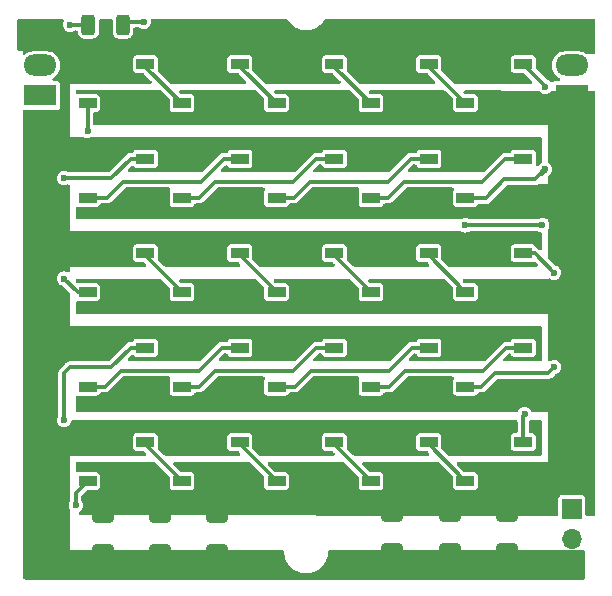
<source format=gtl>
G04 #@! TF.GenerationSoftware,KiCad,Pcbnew,8.0.5*
G04 #@! TF.CreationDate,2024-11-25T19:05:47-05:00*
G04 #@! TF.ProjectId,Neo7SegmentMini,4e656f37-5365-4676-9d65-6e744d696e69,rev?*
G04 #@! TF.SameCoordinates,Original*
G04 #@! TF.FileFunction,Copper,L1,Top*
G04 #@! TF.FilePolarity,Positive*
%FSLAX46Y46*%
G04 Gerber Fmt 4.6, Leading zero omitted, Abs format (unit mm)*
G04 Created by KiCad (PCBNEW 8.0.5) date 2024-11-25 19:05:47*
%MOMM*%
%LPD*%
G01*
G04 APERTURE LIST*
G04 Aperture macros list*
%AMRoundRect*
0 Rectangle with rounded corners*
0 $1 Rounding radius*
0 $2 $3 $4 $5 $6 $7 $8 $9 X,Y pos of 4 corners*
0 Add a 4 corners polygon primitive as box body*
4,1,4,$2,$3,$4,$5,$6,$7,$8,$9,$2,$3,0*
0 Add four circle primitives for the rounded corners*
1,1,$1+$1,$2,$3*
1,1,$1+$1,$4,$5*
1,1,$1+$1,$6,$7*
1,1,$1+$1,$8,$9*
0 Add four rect primitives between the rounded corners*
20,1,$1+$1,$2,$3,$4,$5,0*
20,1,$1+$1,$4,$5,$6,$7,0*
20,1,$1+$1,$6,$7,$8,$9,0*
20,1,$1+$1,$8,$9,$2,$3,0*%
G04 Aperture macros list end*
G04 #@! TA.AperFunction,ComponentPad*
%ADD10R,2.800000X1.800000*%
G04 #@! TD*
G04 #@! TA.AperFunction,ComponentPad*
%ADD11O,2.800000X1.800000*%
G04 #@! TD*
G04 #@! TA.AperFunction,SMDPad,CuDef*
%ADD12RoundRect,0.250000X-0.650000X0.325000X-0.650000X-0.325000X0.650000X-0.325000X0.650000X0.325000X0*%
G04 #@! TD*
G04 #@! TA.AperFunction,SMDPad,CuDef*
%ADD13R,1.500000X0.900000*%
G04 #@! TD*
G04 #@! TA.AperFunction,ComponentPad*
%ADD14R,1.700000X1.700000*%
G04 #@! TD*
G04 #@! TA.AperFunction,ComponentPad*
%ADD15O,1.700000X1.700000*%
G04 #@! TD*
G04 #@! TA.AperFunction,SMDPad,CuDef*
%ADD16RoundRect,0.250000X-0.312500X-0.625000X0.312500X-0.625000X0.312500X0.625000X-0.312500X0.625000X0*%
G04 #@! TD*
G04 #@! TA.AperFunction,ViaPad*
%ADD17C,0.600000*%
G04 #@! TD*
G04 #@! TA.AperFunction,Conductor*
%ADD18C,0.355600*%
G04 #@! TD*
G04 APERTURE END LIST*
D10*
X195500000Y-59000000D03*
D11*
X195500000Y-56460000D03*
X195500000Y-53920000D03*
D12*
X165500000Y-94625000D03*
X165500000Y-97575000D03*
D13*
X183400000Y-83650000D03*
X183400000Y-80350000D03*
X178500000Y-80350000D03*
X178500000Y-83650000D03*
D10*
X150500000Y-59000000D03*
D11*
X150500000Y-56460000D03*
X150500000Y-53920000D03*
D13*
X191400000Y-75650000D03*
X191400000Y-72350000D03*
X186500000Y-72350000D03*
X186500000Y-75650000D03*
D14*
X150500000Y-94000000D03*
D15*
X150500000Y-96540000D03*
D12*
X190000000Y-94500000D03*
X190000000Y-97450000D03*
D13*
X167400000Y-59650000D03*
X167400000Y-56350000D03*
X162500000Y-56350000D03*
X162500000Y-59650000D03*
X191400000Y-83650000D03*
X191400000Y-80350000D03*
X186500000Y-80350000D03*
X186500000Y-83650000D03*
X183400000Y-67650000D03*
X183400000Y-64350000D03*
X178500000Y-64350000D03*
X178500000Y-67650000D03*
D12*
X185156250Y-94500000D03*
X185156250Y-97450000D03*
D13*
X175400000Y-59650000D03*
X175400000Y-56350000D03*
X170500000Y-56350000D03*
X170500000Y-59650000D03*
X167400000Y-75650000D03*
X167400000Y-72350000D03*
X162500000Y-72350000D03*
X162500000Y-75650000D03*
X175400000Y-83650000D03*
X175400000Y-80350000D03*
X170500000Y-80350000D03*
X170500000Y-83650000D03*
D12*
X180312500Y-94500000D03*
X180312500Y-97450000D03*
D13*
X183400000Y-75650000D03*
X183400000Y-72350000D03*
X178500000Y-72350000D03*
X178500000Y-75650000D03*
X191400000Y-59650000D03*
X191400000Y-56350000D03*
X186500000Y-56350000D03*
X186500000Y-59650000D03*
X167400000Y-83650000D03*
X167400000Y-80350000D03*
X162500000Y-80350000D03*
X162500000Y-83650000D03*
X191400000Y-67650000D03*
X191400000Y-64350000D03*
X186500000Y-64350000D03*
X186500000Y-67650000D03*
X191400000Y-91650000D03*
X191400000Y-88350000D03*
X186500000Y-88350000D03*
X186500000Y-91650000D03*
X183400000Y-91650000D03*
X183400000Y-88350000D03*
X178500000Y-88350000D03*
X178500000Y-91650000D03*
D12*
X155812500Y-94625000D03*
X155812500Y-97575000D03*
D13*
X159400000Y-83650000D03*
X159400000Y-80350000D03*
X154500000Y-80350000D03*
X154500000Y-83650000D03*
X159400000Y-91650000D03*
X159400000Y-88350000D03*
X154500000Y-88350000D03*
X154500000Y-91650000D03*
X175400000Y-67650000D03*
X175400000Y-64350000D03*
X170500000Y-64350000D03*
X170500000Y-67650000D03*
X159400000Y-75650000D03*
X159400000Y-72350000D03*
X154500000Y-72350000D03*
X154500000Y-75650000D03*
D14*
X195500000Y-94000000D03*
D15*
X195500000Y-96540000D03*
D13*
X183400000Y-59650000D03*
X183400000Y-56350000D03*
X178500000Y-56350000D03*
X178500000Y-59650000D03*
X159400000Y-67650000D03*
X159400000Y-64350000D03*
X154500000Y-64350000D03*
X154500000Y-67650000D03*
X175400000Y-75650000D03*
X175400000Y-72350000D03*
X170500000Y-72350000D03*
X170500000Y-75650000D03*
X167400000Y-67650000D03*
X167400000Y-64350000D03*
X162500000Y-64350000D03*
X162500000Y-67650000D03*
X167400000Y-91650000D03*
X167400000Y-88350000D03*
X162500000Y-88350000D03*
X162500000Y-91650000D03*
X175400000Y-91650000D03*
X175400000Y-88350000D03*
X170500000Y-88350000D03*
X170500000Y-91650000D03*
D16*
X154575000Y-53000000D03*
X157500000Y-53000000D03*
D12*
X160656250Y-94625000D03*
X160656250Y-97575000D03*
D13*
X159400000Y-59650000D03*
X159400000Y-56350000D03*
X154500000Y-56350000D03*
X154500000Y-59650000D03*
D17*
X154500000Y-62000000D03*
X159250000Y-52750000D03*
X153000000Y-53000000D03*
X195300000Y-71800000D03*
X195300000Y-74533332D03*
X196600000Y-75900000D03*
X196600000Y-73166666D03*
X196600000Y-81333334D03*
X195300000Y-77266666D03*
X195300000Y-79966666D03*
X196600000Y-78633334D03*
X165000000Y-79000000D03*
X169000000Y-87000000D03*
X188900000Y-87000000D03*
X165000000Y-54000000D03*
X161000000Y-63000000D03*
X173000000Y-63000000D03*
X158500000Y-99000000D03*
X165000000Y-87000000D03*
X185000000Y-54000000D03*
X173000000Y-87000000D03*
X185000000Y-87000000D03*
X191500000Y-99000000D03*
X189000000Y-63000000D03*
X177000000Y-54000000D03*
X157000000Y-87000000D03*
X181000000Y-54000000D03*
X181000000Y-79000000D03*
X169000000Y-71000000D03*
X161000000Y-71000000D03*
X165000000Y-63000000D03*
X185000000Y-79000000D03*
X192000000Y-54000000D03*
X177000000Y-63000000D03*
X169000000Y-54000000D03*
X172900000Y-71000000D03*
X169000000Y-63000000D03*
X195500000Y-99000000D03*
X161000000Y-79000000D03*
X167000000Y-99000000D03*
X177000000Y-87000000D03*
X173000000Y-79000000D03*
X150000000Y-99000000D03*
X183500000Y-99000000D03*
X180900000Y-71000000D03*
X181000000Y-87000000D03*
X157000000Y-63000000D03*
X185000000Y-63000000D03*
X177000000Y-79000000D03*
X161000000Y-54000000D03*
X187500000Y-99000000D03*
X156900000Y-71000000D03*
X185000000Y-71000000D03*
X169000000Y-79000000D03*
X154250000Y-99000000D03*
X189000000Y-54000000D03*
X161000000Y-87000000D03*
X164900000Y-71000000D03*
X177000000Y-71000000D03*
X162750000Y-99000000D03*
X151000000Y-80500000D03*
X179500000Y-99000000D03*
X181000000Y-63000000D03*
X193250000Y-65250000D03*
X193250000Y-58250000D03*
X152500000Y-74500000D03*
X152500000Y-66000000D03*
X194000000Y-82000000D03*
X194000000Y-74000000D03*
X152500000Y-86500000D03*
X153500000Y-93700000D03*
X193000000Y-70000000D03*
X191500000Y-86000000D03*
X186500000Y-70000000D03*
D18*
X159250000Y-52750000D02*
X157750000Y-52750000D01*
X157750000Y-52750000D02*
X157500000Y-53000000D01*
X154500000Y-62000000D02*
X154500000Y-59650000D01*
X153000000Y-53000000D02*
X154575000Y-53000000D01*
X159400000Y-56550000D02*
X162500000Y-59650000D01*
X159400000Y-56350000D02*
X159400000Y-56550000D01*
X167400000Y-56350000D02*
X167400000Y-56550000D01*
X167400000Y-56550000D02*
X170500000Y-59650000D01*
X175400000Y-56350000D02*
X175400000Y-56550000D01*
X175400000Y-56550000D02*
X178500000Y-59650000D01*
X183400000Y-56350000D02*
X183400000Y-56550000D01*
X183400000Y-56550000D02*
X186500000Y-59650000D01*
X193250000Y-58250000D02*
X193250000Y-58200000D01*
X193250000Y-58200000D02*
X191400000Y-56350000D01*
X192390400Y-66109600D02*
X189790400Y-66109600D01*
X188200000Y-67700000D02*
X186550000Y-67700000D01*
X186550000Y-67700000D02*
X186500000Y-67650000D01*
X189790400Y-66109600D02*
X188200000Y-67700000D01*
X193250000Y-65250000D02*
X192390400Y-66109600D01*
X181300000Y-66300000D02*
X179950000Y-67650000D01*
X191300000Y-64350000D02*
X189850000Y-64350000D01*
X189850000Y-64350000D02*
X187900000Y-66300000D01*
X179950000Y-67650000D02*
X178400000Y-67650000D01*
X187900000Y-66300000D02*
X181300000Y-66300000D01*
X171950000Y-67650000D02*
X170400000Y-67650000D01*
X181850000Y-64350000D02*
X179900000Y-66300000D01*
X173300000Y-66300000D02*
X171950000Y-67650000D01*
X179900000Y-66300000D02*
X173300000Y-66300000D01*
X183300000Y-64350000D02*
X181850000Y-64350000D01*
X163950000Y-67650000D02*
X162400000Y-67650000D01*
X165300000Y-66300000D02*
X163950000Y-67650000D01*
X173850000Y-64350000D02*
X171900000Y-66300000D01*
X175300000Y-64350000D02*
X173850000Y-64350000D01*
X171900000Y-66300000D02*
X165300000Y-66300000D01*
X156150000Y-67650000D02*
X154600000Y-67650000D01*
X164100000Y-66300000D02*
X157500000Y-66300000D01*
X166050000Y-64350000D02*
X164100000Y-66300000D01*
X167500000Y-64350000D02*
X166050000Y-64350000D01*
X157500000Y-66300000D02*
X156150000Y-67650000D01*
X152500000Y-74500000D02*
X153650000Y-75650000D01*
X158150000Y-64350000D02*
X159400000Y-64350000D01*
X153650000Y-75650000D02*
X154500000Y-75650000D01*
X156500000Y-66000000D02*
X158150000Y-64350000D01*
X152500000Y-66000000D02*
X156500000Y-66000000D01*
X159400000Y-72550000D02*
X162500000Y-75650000D01*
X159400000Y-72350000D02*
X159400000Y-72550000D01*
X167400000Y-72550000D02*
X170500000Y-75650000D01*
X167400000Y-72350000D02*
X167400000Y-72550000D01*
X175400000Y-72350000D02*
X175400000Y-72550000D01*
X175400000Y-72550000D02*
X178500000Y-75650000D01*
X183400000Y-72350000D02*
X183400000Y-72550000D01*
X183400000Y-72550000D02*
X186500000Y-75650000D01*
X191400000Y-72350000D02*
X192350000Y-72350000D01*
X193500000Y-82500000D02*
X194000000Y-82000000D01*
X187850000Y-83650000D02*
X189000000Y-82500000D01*
X189000000Y-82500000D02*
X193500000Y-82500000D01*
X186500000Y-83650000D02*
X187850000Y-83650000D01*
X192350000Y-72350000D02*
X194000000Y-74000000D01*
X191400000Y-80350000D02*
X189950000Y-80350000D01*
X180050000Y-83650000D02*
X178500000Y-83650000D01*
X188000000Y-82300000D02*
X181400000Y-82300000D01*
X189950000Y-80350000D02*
X188000000Y-82300000D01*
X181400000Y-82300000D02*
X180050000Y-83650000D01*
X173400000Y-82300000D02*
X172050000Y-83650000D01*
X180000000Y-82300000D02*
X173400000Y-82300000D01*
X183400000Y-80350000D02*
X181950000Y-80350000D01*
X172050000Y-83650000D02*
X170500000Y-83650000D01*
X181950000Y-80350000D02*
X180000000Y-82300000D01*
X163950000Y-83650000D02*
X162400000Y-83650000D01*
X175300000Y-80350000D02*
X173850000Y-80350000D01*
X171900000Y-82300000D02*
X165300000Y-82300000D01*
X173850000Y-80350000D02*
X171900000Y-82300000D01*
X165300000Y-82300000D02*
X163950000Y-83650000D01*
X155950000Y-83650000D02*
X154400000Y-83650000D01*
X163900000Y-82300000D02*
X157300000Y-82300000D01*
X157300000Y-82300000D02*
X155950000Y-83650000D01*
X165850000Y-80350000D02*
X163900000Y-82300000D01*
X167300000Y-80350000D02*
X165850000Y-80350000D01*
X152500000Y-82500000D02*
X153000000Y-82000000D01*
X152500000Y-86500000D02*
X152500000Y-82500000D01*
X153500000Y-93700000D02*
X153500000Y-92650000D01*
X156500000Y-82000000D02*
X158150000Y-80350000D01*
X158150000Y-80350000D02*
X159400000Y-80350000D01*
X153000000Y-82000000D02*
X156500000Y-82000000D01*
X153500000Y-92650000D02*
X154500000Y-91650000D01*
X159400000Y-88350000D02*
X159400000Y-88550000D01*
X159400000Y-88550000D02*
X162500000Y-91650000D01*
X167400000Y-88350000D02*
X167400000Y-88550000D01*
X167400000Y-88550000D02*
X170500000Y-91650000D01*
X175400000Y-88350000D02*
X175400000Y-88550000D01*
X175400000Y-88550000D02*
X178500000Y-91650000D01*
X183400000Y-88350000D02*
X183400000Y-88550000D01*
X183400000Y-88550000D02*
X186500000Y-91650000D01*
X191400000Y-88350000D02*
X191400000Y-86100000D01*
X186500000Y-70000000D02*
X193000000Y-70000000D01*
X191400000Y-86100000D02*
X191500000Y-86000000D01*
G04 #@! TA.AperFunction,Conductor*
G36*
X160620424Y-58516000D02*
G01*
X160696075Y-58536454D01*
X160727137Y-58560344D01*
X161400356Y-59233563D01*
X161439541Y-59301434D01*
X161444700Y-59340619D01*
X161444700Y-60145580D01*
X161447661Y-60171107D01*
X161447662Y-60171109D01*
X161493766Y-60275525D01*
X161574475Y-60356234D01*
X161678891Y-60402338D01*
X161704421Y-60405300D01*
X163295578Y-60405299D01*
X163295580Y-60405299D01*
X163308343Y-60403818D01*
X163321109Y-60402338D01*
X163425525Y-60356234D01*
X163506234Y-60275525D01*
X163552338Y-60171109D01*
X163555300Y-60145579D01*
X163555299Y-59154422D01*
X163552338Y-59128891D01*
X163506234Y-59024475D01*
X163425525Y-58943766D01*
X163321110Y-58897662D01*
X163321104Y-58897661D01*
X163295581Y-58894700D01*
X163295579Y-58894700D01*
X162490619Y-58894700D01*
X162414919Y-58874416D01*
X162383563Y-58850356D01*
X162311705Y-58778498D01*
X162272520Y-58710627D01*
X162272520Y-58632257D01*
X162311705Y-58564386D01*
X162379576Y-58525201D01*
X162419094Y-58520042D01*
X168638442Y-58534018D01*
X168714093Y-58554472D01*
X168745155Y-58578362D01*
X169400356Y-59233563D01*
X169439541Y-59301434D01*
X169444700Y-59340619D01*
X169444700Y-60145580D01*
X169447661Y-60171107D01*
X169447662Y-60171109D01*
X169493766Y-60275525D01*
X169574475Y-60356234D01*
X169678891Y-60402338D01*
X169704421Y-60405300D01*
X171295578Y-60405299D01*
X171295580Y-60405299D01*
X171308343Y-60403818D01*
X171321109Y-60402338D01*
X171425525Y-60356234D01*
X171506234Y-60275525D01*
X171552338Y-60171109D01*
X171555300Y-60145579D01*
X171555299Y-59154422D01*
X171552338Y-59128891D01*
X171506234Y-59024475D01*
X171425525Y-58943766D01*
X171321110Y-58897662D01*
X171321104Y-58897661D01*
X171295581Y-58894700D01*
X171295579Y-58894700D01*
X170490619Y-58894700D01*
X170414919Y-58874416D01*
X170383563Y-58850356D01*
X170329723Y-58796516D01*
X170290538Y-58728645D01*
X170290538Y-58650275D01*
X170329723Y-58582404D01*
X170397594Y-58543219D01*
X170437111Y-58538060D01*
X176656460Y-58552036D01*
X176732111Y-58572490D01*
X176763173Y-58596380D01*
X177400356Y-59233563D01*
X177439541Y-59301434D01*
X177444700Y-59340619D01*
X177444700Y-60145580D01*
X177447661Y-60171107D01*
X177447662Y-60171109D01*
X177493766Y-60275525D01*
X177574475Y-60356234D01*
X177678891Y-60402338D01*
X177704421Y-60405300D01*
X179295578Y-60405299D01*
X179295580Y-60405299D01*
X179308343Y-60403818D01*
X179321109Y-60402338D01*
X179425525Y-60356234D01*
X179506234Y-60275525D01*
X179552338Y-60171109D01*
X179555300Y-60145579D01*
X179555299Y-59154422D01*
X179552338Y-59128891D01*
X179506234Y-59024475D01*
X179425525Y-58943766D01*
X179321110Y-58897662D01*
X179321104Y-58897661D01*
X179295581Y-58894700D01*
X179295579Y-58894700D01*
X178490619Y-58894700D01*
X178414919Y-58874416D01*
X178383563Y-58850356D01*
X178347741Y-58814534D01*
X178308556Y-58746663D01*
X178308556Y-58668293D01*
X178347741Y-58600422D01*
X178415612Y-58561237D01*
X178455129Y-58556078D01*
X184674478Y-58570055D01*
X184750129Y-58590508D01*
X184781191Y-58614398D01*
X185400356Y-59233563D01*
X185439541Y-59301434D01*
X185444700Y-59340619D01*
X185444700Y-60145580D01*
X185447661Y-60171107D01*
X185447662Y-60171109D01*
X185493766Y-60275525D01*
X185574475Y-60356234D01*
X185678891Y-60402338D01*
X185704421Y-60405300D01*
X187295578Y-60405299D01*
X187295580Y-60405299D01*
X187308343Y-60403818D01*
X187321109Y-60402338D01*
X187425525Y-60356234D01*
X187506234Y-60275525D01*
X187552338Y-60171109D01*
X187555300Y-60145579D01*
X187555299Y-59154422D01*
X187552338Y-59128891D01*
X187506234Y-59024475D01*
X187425525Y-58943766D01*
X187321110Y-58897662D01*
X187321104Y-58897661D01*
X187295581Y-58894700D01*
X187295579Y-58894700D01*
X186490619Y-58894700D01*
X186414919Y-58874416D01*
X186383563Y-58850356D01*
X186365759Y-58832552D01*
X186326574Y-58764681D01*
X186326574Y-58686311D01*
X186365759Y-58618440D01*
X186433630Y-58579255D01*
X186473147Y-58574096D01*
X192672094Y-58588027D01*
X192747744Y-58608480D01*
X192791863Y-58647259D01*
X192818292Y-58681702D01*
X192818293Y-58681703D01*
X192818295Y-58681705D01*
X192907214Y-58749935D01*
X192944738Y-58778728D01*
X193091984Y-58839720D01*
X193110366Y-58842140D01*
X193250000Y-58860523D01*
X193408015Y-58839720D01*
X193555262Y-58778728D01*
X193681705Y-58681705D01*
X193706145Y-58649853D01*
X193768315Y-58602147D01*
X193826594Y-58590621D01*
X197348443Y-58598535D01*
X197424094Y-58618989D01*
X197479386Y-58674530D01*
X197499500Y-58749935D01*
X197499500Y-94447134D01*
X197479216Y-94522834D01*
X197423800Y-94578250D01*
X197348100Y-94598534D01*
X197347760Y-94598534D01*
X196806359Y-94597317D01*
X196730704Y-94576863D01*
X196675413Y-94521322D01*
X196655299Y-94445919D01*
X196655299Y-93104422D01*
X196652338Y-93078891D01*
X196606234Y-92974475D01*
X196525525Y-92893766D01*
X196421110Y-92847662D01*
X196421104Y-92847661D01*
X196395581Y-92844700D01*
X194604419Y-92844700D01*
X194578892Y-92847661D01*
X194526683Y-92870714D01*
X194474475Y-92893766D01*
X194474474Y-92893767D01*
X194474473Y-92893767D01*
X194393766Y-92974474D01*
X194347662Y-93078889D01*
X194347661Y-93078895D01*
X194344700Y-93104418D01*
X194344700Y-94440044D01*
X194324416Y-94515744D01*
X194269000Y-94571160D01*
X194193300Y-94591444D01*
X194192960Y-94591444D01*
X153896243Y-94500890D01*
X153820589Y-94480436D01*
X153765297Y-94424895D01*
X153745183Y-94349150D01*
X153765637Y-94273496D01*
X153804417Y-94229376D01*
X153805260Y-94228728D01*
X153805262Y-94228728D01*
X153931705Y-94131705D01*
X154028728Y-94005262D01*
X154089720Y-93858015D01*
X154110523Y-93700000D01*
X154089720Y-93541985D01*
X154028728Y-93394739D01*
X154014384Y-93376045D01*
X153984395Y-93303639D01*
X153983100Y-93283881D01*
X153983100Y-92912817D01*
X154003384Y-92837117D01*
X154027441Y-92805764D01*
X154383562Y-92449642D01*
X154451433Y-92410458D01*
X154490618Y-92405299D01*
X155295580Y-92405299D01*
X155308343Y-92403818D01*
X155321109Y-92402338D01*
X155425525Y-92356234D01*
X155506234Y-92275525D01*
X155552338Y-92171109D01*
X155555300Y-92145579D01*
X155555299Y-91154422D01*
X155552338Y-91128891D01*
X155506234Y-91024475D01*
X155425525Y-90943766D01*
X155321110Y-90897662D01*
X155321104Y-90897661D01*
X155295581Y-90894700D01*
X153704418Y-90894700D01*
X153668842Y-90898827D01*
X153591309Y-90887399D01*
X153529878Y-90838736D01*
X153501008Y-90765877D01*
X153500000Y-90748435D01*
X153500000Y-90151400D01*
X153520284Y-90075700D01*
X153575700Y-90020284D01*
X153651400Y-90000000D01*
X160104081Y-90000000D01*
X160179781Y-90020284D01*
X160211137Y-90044344D01*
X161400356Y-91233563D01*
X161439541Y-91301434D01*
X161444700Y-91340619D01*
X161444700Y-92145580D01*
X161447661Y-92171107D01*
X161447662Y-92171109D01*
X161493766Y-92275525D01*
X161574475Y-92356234D01*
X161678891Y-92402338D01*
X161704421Y-92405300D01*
X163295578Y-92405299D01*
X163295580Y-92405299D01*
X163308343Y-92403818D01*
X163321109Y-92402338D01*
X163425525Y-92356234D01*
X163506234Y-92275525D01*
X163552338Y-92171109D01*
X163555300Y-92145579D01*
X163555299Y-91154422D01*
X163552338Y-91128891D01*
X163506234Y-91024475D01*
X163425525Y-90943766D01*
X163321110Y-90897662D01*
X163321104Y-90897661D01*
X163295581Y-90894700D01*
X163295579Y-90894700D01*
X162490619Y-90894700D01*
X162414919Y-90874416D01*
X162383563Y-90850356D01*
X161791663Y-90258456D01*
X161752478Y-90190585D01*
X161752478Y-90112215D01*
X161791663Y-90044344D01*
X161859534Y-90005159D01*
X161898719Y-90000000D01*
X168104081Y-90000000D01*
X168179781Y-90020284D01*
X168211137Y-90044344D01*
X169400356Y-91233563D01*
X169439541Y-91301434D01*
X169444700Y-91340619D01*
X169444700Y-92145580D01*
X169447661Y-92171107D01*
X169447662Y-92171109D01*
X169493766Y-92275525D01*
X169574475Y-92356234D01*
X169678891Y-92402338D01*
X169704421Y-92405300D01*
X171295578Y-92405299D01*
X171295580Y-92405299D01*
X171308343Y-92403818D01*
X171321109Y-92402338D01*
X171425525Y-92356234D01*
X171506234Y-92275525D01*
X171552338Y-92171109D01*
X171555300Y-92145579D01*
X171555299Y-91154422D01*
X171552338Y-91128891D01*
X171506234Y-91024475D01*
X171425525Y-90943766D01*
X171321110Y-90897662D01*
X171321104Y-90897661D01*
X171295581Y-90894700D01*
X171295579Y-90894700D01*
X170490619Y-90894700D01*
X170414919Y-90874416D01*
X170383563Y-90850356D01*
X169791663Y-90258456D01*
X169752478Y-90190585D01*
X169752478Y-90112215D01*
X169791663Y-90044344D01*
X169859534Y-90005159D01*
X169898719Y-90000000D01*
X176104081Y-90000000D01*
X176179781Y-90020284D01*
X176211137Y-90044344D01*
X177400356Y-91233563D01*
X177439541Y-91301434D01*
X177444700Y-91340619D01*
X177444700Y-92145580D01*
X177447661Y-92171107D01*
X177447662Y-92171109D01*
X177493766Y-92275525D01*
X177574475Y-92356234D01*
X177678891Y-92402338D01*
X177704421Y-92405300D01*
X179295578Y-92405299D01*
X179295580Y-92405299D01*
X179308343Y-92403818D01*
X179321109Y-92402338D01*
X179425525Y-92356234D01*
X179506234Y-92275525D01*
X179552338Y-92171109D01*
X179555300Y-92145579D01*
X179555299Y-91154422D01*
X179552338Y-91128891D01*
X179506234Y-91024475D01*
X179425525Y-90943766D01*
X179321110Y-90897662D01*
X179321104Y-90897661D01*
X179295581Y-90894700D01*
X179295579Y-90894700D01*
X178490619Y-90894700D01*
X178414919Y-90874416D01*
X178383563Y-90850356D01*
X177791663Y-90258456D01*
X177752478Y-90190585D01*
X177752478Y-90112215D01*
X177791663Y-90044344D01*
X177859534Y-90005159D01*
X177898719Y-90000000D01*
X184104081Y-90000000D01*
X184179781Y-90020284D01*
X184211137Y-90044344D01*
X185400356Y-91233563D01*
X185439541Y-91301434D01*
X185444700Y-91340619D01*
X185444700Y-92145580D01*
X185447661Y-92171107D01*
X185447662Y-92171109D01*
X185493766Y-92275525D01*
X185574475Y-92356234D01*
X185678891Y-92402338D01*
X185704421Y-92405300D01*
X187295578Y-92405299D01*
X187295580Y-92405299D01*
X187308343Y-92403818D01*
X187321109Y-92402338D01*
X187425525Y-92356234D01*
X187506234Y-92275525D01*
X187552338Y-92171109D01*
X187555300Y-92145579D01*
X187555299Y-91154422D01*
X187552338Y-91128891D01*
X187506234Y-91024475D01*
X187425525Y-90943766D01*
X187321110Y-90897662D01*
X187321104Y-90897661D01*
X187295581Y-90894700D01*
X187295579Y-90894700D01*
X186490619Y-90894700D01*
X186414919Y-90874416D01*
X186383563Y-90850356D01*
X185791663Y-90258456D01*
X185752478Y-90190585D01*
X185752478Y-90112215D01*
X185791663Y-90044344D01*
X185859534Y-90005159D01*
X185898719Y-90000000D01*
X193500000Y-90000000D01*
X193500000Y-85800000D01*
X192173491Y-85800000D01*
X192097791Y-85779716D01*
X192042375Y-85724300D01*
X192033616Y-85706539D01*
X192028728Y-85694739D01*
X191931706Y-85568296D01*
X191931703Y-85568294D01*
X191805262Y-85471272D01*
X191805261Y-85471271D01*
X191658015Y-85410279D01*
X191500000Y-85389477D01*
X191341985Y-85410280D01*
X191341983Y-85410280D01*
X191341981Y-85410281D01*
X191341980Y-85410281D01*
X191194738Y-85471272D01*
X191194736Y-85471272D01*
X191068295Y-85568294D01*
X191068294Y-85568295D01*
X190971271Y-85694739D01*
X190966384Y-85706539D01*
X190918675Y-85768714D01*
X190846270Y-85798705D01*
X190826509Y-85800000D01*
X153651400Y-85800000D01*
X153575700Y-85779716D01*
X153520284Y-85724300D01*
X153500000Y-85648600D01*
X153500000Y-84551564D01*
X153520284Y-84475864D01*
X153575700Y-84420448D01*
X153651400Y-84400164D01*
X153668848Y-84401173D01*
X153678890Y-84402337D01*
X153678891Y-84402338D01*
X153704421Y-84405300D01*
X155295578Y-84405299D01*
X155295580Y-84405299D01*
X155308343Y-84403818D01*
X155321109Y-84402338D01*
X155425525Y-84356234D01*
X155506234Y-84275525D01*
X155517471Y-84250073D01*
X155529274Y-84223346D01*
X155578406Y-84162289D01*
X155651484Y-84133979D01*
X155667773Y-84133100D01*
X156013602Y-84133100D01*
X156044318Y-84124869D01*
X156136470Y-84100178D01*
X156246631Y-84036576D01*
X157455763Y-82827444D01*
X157523634Y-82788259D01*
X157562819Y-82783100D01*
X161371885Y-82783100D01*
X161447585Y-82803384D01*
X161503001Y-82858800D01*
X161523285Y-82934500D01*
X161503001Y-83010200D01*
X161496790Y-83020061D01*
X161493767Y-83024473D01*
X161447662Y-83128889D01*
X161447661Y-83128895D01*
X161444700Y-83154418D01*
X161444700Y-84145580D01*
X161447661Y-84171107D01*
X161447662Y-84171109D01*
X161493766Y-84275525D01*
X161574475Y-84356234D01*
X161678891Y-84402338D01*
X161704421Y-84405300D01*
X163295578Y-84405299D01*
X163295580Y-84405299D01*
X163308343Y-84403818D01*
X163321109Y-84402338D01*
X163425525Y-84356234D01*
X163506234Y-84275525D01*
X163517471Y-84250073D01*
X163529274Y-84223346D01*
X163578406Y-84162289D01*
X163651484Y-84133979D01*
X163667773Y-84133100D01*
X164013602Y-84133100D01*
X164044318Y-84124869D01*
X164136470Y-84100178D01*
X164246631Y-84036576D01*
X165455763Y-82827444D01*
X165523634Y-82788259D01*
X165562819Y-82783100D01*
X169371885Y-82783100D01*
X169447585Y-82803384D01*
X169503001Y-82858800D01*
X169523285Y-82934500D01*
X169503001Y-83010200D01*
X169496790Y-83020061D01*
X169493767Y-83024473D01*
X169447662Y-83128889D01*
X169447661Y-83128895D01*
X169444700Y-83154418D01*
X169444700Y-84145580D01*
X169447661Y-84171107D01*
X169447662Y-84171109D01*
X169493766Y-84275525D01*
X169574475Y-84356234D01*
X169678891Y-84402338D01*
X169704421Y-84405300D01*
X171295578Y-84405299D01*
X171295580Y-84405299D01*
X171308343Y-84403818D01*
X171321109Y-84402338D01*
X171425525Y-84356234D01*
X171506234Y-84275525D01*
X171517471Y-84250073D01*
X171529274Y-84223346D01*
X171578406Y-84162289D01*
X171651484Y-84133979D01*
X171667773Y-84133100D01*
X172113602Y-84133100D01*
X172144318Y-84124869D01*
X172236470Y-84100178D01*
X172346631Y-84036576D01*
X173555763Y-82827444D01*
X173623634Y-82788259D01*
X173662819Y-82783100D01*
X177371885Y-82783100D01*
X177447585Y-82803384D01*
X177503001Y-82858800D01*
X177523285Y-82934500D01*
X177503001Y-83010200D01*
X177496790Y-83020061D01*
X177493767Y-83024473D01*
X177447662Y-83128889D01*
X177447661Y-83128895D01*
X177444700Y-83154418D01*
X177444700Y-84145580D01*
X177447661Y-84171107D01*
X177447662Y-84171109D01*
X177493766Y-84275525D01*
X177574475Y-84356234D01*
X177678891Y-84402338D01*
X177704421Y-84405300D01*
X179295578Y-84405299D01*
X179295580Y-84405299D01*
X179308343Y-84403818D01*
X179321109Y-84402338D01*
X179425525Y-84356234D01*
X179506234Y-84275525D01*
X179517471Y-84250073D01*
X179529274Y-84223346D01*
X179578406Y-84162289D01*
X179651484Y-84133979D01*
X179667773Y-84133100D01*
X180113602Y-84133100D01*
X180144318Y-84124869D01*
X180236470Y-84100178D01*
X180346631Y-84036576D01*
X181555763Y-82827444D01*
X181623634Y-82788259D01*
X181662819Y-82783100D01*
X185371885Y-82783100D01*
X185447585Y-82803384D01*
X185503001Y-82858800D01*
X185523285Y-82934500D01*
X185503001Y-83010200D01*
X185496790Y-83020061D01*
X185493767Y-83024473D01*
X185447662Y-83128889D01*
X185447661Y-83128895D01*
X185444700Y-83154418D01*
X185444700Y-84145580D01*
X185447661Y-84171107D01*
X185447662Y-84171109D01*
X185493766Y-84275525D01*
X185574475Y-84356234D01*
X185678891Y-84402338D01*
X185704421Y-84405300D01*
X187295578Y-84405299D01*
X187295580Y-84405299D01*
X187308343Y-84403818D01*
X187321109Y-84402338D01*
X187425525Y-84356234D01*
X187506234Y-84275525D01*
X187517471Y-84250073D01*
X187529274Y-84223346D01*
X187578406Y-84162289D01*
X187651484Y-84133979D01*
X187667773Y-84133100D01*
X187913602Y-84133100D01*
X187944318Y-84124869D01*
X188036470Y-84100178D01*
X188146631Y-84036576D01*
X189155762Y-83027443D01*
X189223633Y-82988259D01*
X189262818Y-82983100D01*
X193563602Y-82983100D01*
X193594318Y-82974869D01*
X193686470Y-82950178D01*
X193796631Y-82886576D01*
X194047363Y-82635842D01*
X194115231Y-82596659D01*
X194134658Y-82592795D01*
X194158015Y-82589720D01*
X194191862Y-82575700D01*
X194305262Y-82528728D01*
X194431705Y-82431705D01*
X194528728Y-82305262D01*
X194589720Y-82158015D01*
X194610523Y-82000000D01*
X194589720Y-81841985D01*
X194528728Y-81694739D01*
X194528727Y-81694737D01*
X194528727Y-81694736D01*
X194431706Y-81568296D01*
X194305261Y-81471271D01*
X194158015Y-81410279D01*
X194000000Y-81389477D01*
X193841985Y-81410280D01*
X193841983Y-81410280D01*
X193841981Y-81410281D01*
X193841980Y-81410281D01*
X193709339Y-81465224D01*
X193631639Y-81475454D01*
X193559234Y-81445463D01*
X193511525Y-81383288D01*
X193500000Y-81325349D01*
X193500000Y-77500000D01*
X153651400Y-77500000D01*
X153575700Y-77479716D01*
X153520284Y-77424300D01*
X153500000Y-77348600D01*
X153500000Y-76551564D01*
X153520284Y-76475864D01*
X153575700Y-76420448D01*
X153651400Y-76400164D01*
X153668848Y-76401173D01*
X153678890Y-76402337D01*
X153678891Y-76402338D01*
X153704421Y-76405300D01*
X155295578Y-76405299D01*
X155295580Y-76405299D01*
X155308343Y-76403818D01*
X155321109Y-76402338D01*
X155425525Y-76356234D01*
X155506234Y-76275525D01*
X155552338Y-76171109D01*
X155555300Y-76145579D01*
X155555299Y-75154422D01*
X155552338Y-75128891D01*
X155506234Y-75024475D01*
X155425525Y-74943766D01*
X155389107Y-74927686D01*
X155321110Y-74897662D01*
X155321104Y-74897661D01*
X155295581Y-74894700D01*
X153704418Y-74894700D01*
X153668842Y-74898827D01*
X153591309Y-74887399D01*
X153529878Y-74838736D01*
X153501008Y-74765877D01*
X153500000Y-74748435D01*
X153500000Y-74651400D01*
X153520284Y-74575700D01*
X153575700Y-74520284D01*
X153651400Y-74500000D01*
X160604081Y-74500000D01*
X160679781Y-74520284D01*
X160711137Y-74544344D01*
X161400356Y-75233563D01*
X161439541Y-75301434D01*
X161444700Y-75340619D01*
X161444700Y-76145580D01*
X161447661Y-76171107D01*
X161447662Y-76171109D01*
X161493766Y-76275525D01*
X161574475Y-76356234D01*
X161678891Y-76402338D01*
X161704421Y-76405300D01*
X163295578Y-76405299D01*
X163295580Y-76405299D01*
X163308343Y-76403818D01*
X163321109Y-76402338D01*
X163425525Y-76356234D01*
X163506234Y-76275525D01*
X163552338Y-76171109D01*
X163555300Y-76145579D01*
X163555299Y-75154422D01*
X163552338Y-75128891D01*
X163506234Y-75024475D01*
X163425525Y-74943766D01*
X163389107Y-74927686D01*
X163321110Y-74897662D01*
X163321104Y-74897661D01*
X163295581Y-74894700D01*
X163295579Y-74894700D01*
X162490619Y-74894700D01*
X162414919Y-74874416D01*
X162383563Y-74850356D01*
X162291663Y-74758456D01*
X162252478Y-74690585D01*
X162252478Y-74612215D01*
X162291663Y-74544344D01*
X162359534Y-74505159D01*
X162398719Y-74500000D01*
X168604081Y-74500000D01*
X168679781Y-74520284D01*
X168711137Y-74544344D01*
X169400356Y-75233563D01*
X169439541Y-75301434D01*
X169444700Y-75340619D01*
X169444700Y-76145580D01*
X169447661Y-76171107D01*
X169447662Y-76171109D01*
X169493766Y-76275525D01*
X169574475Y-76356234D01*
X169678891Y-76402338D01*
X169704421Y-76405300D01*
X171295578Y-76405299D01*
X171295580Y-76405299D01*
X171308343Y-76403818D01*
X171321109Y-76402338D01*
X171425525Y-76356234D01*
X171506234Y-76275525D01*
X171552338Y-76171109D01*
X171555300Y-76145579D01*
X171555299Y-75154422D01*
X171552338Y-75128891D01*
X171506234Y-75024475D01*
X171425525Y-74943766D01*
X171389107Y-74927686D01*
X171321110Y-74897662D01*
X171321104Y-74897661D01*
X171295581Y-74894700D01*
X171295579Y-74894700D01*
X170490619Y-74894700D01*
X170414919Y-74874416D01*
X170383563Y-74850356D01*
X170291663Y-74758456D01*
X170252478Y-74690585D01*
X170252478Y-74612215D01*
X170291663Y-74544344D01*
X170359534Y-74505159D01*
X170398719Y-74500000D01*
X176604081Y-74500000D01*
X176679781Y-74520284D01*
X176711137Y-74544344D01*
X177400356Y-75233563D01*
X177439541Y-75301434D01*
X177444700Y-75340619D01*
X177444700Y-76145580D01*
X177447661Y-76171107D01*
X177447662Y-76171109D01*
X177493766Y-76275525D01*
X177574475Y-76356234D01*
X177678891Y-76402338D01*
X177704421Y-76405300D01*
X179295578Y-76405299D01*
X179295580Y-76405299D01*
X179308343Y-76403818D01*
X179321109Y-76402338D01*
X179425525Y-76356234D01*
X179506234Y-76275525D01*
X179552338Y-76171109D01*
X179555300Y-76145579D01*
X179555299Y-75154422D01*
X179552338Y-75128891D01*
X179506234Y-75024475D01*
X179425525Y-74943766D01*
X179389107Y-74927686D01*
X179321110Y-74897662D01*
X179321104Y-74897661D01*
X179295581Y-74894700D01*
X179295579Y-74894700D01*
X178490619Y-74894700D01*
X178414919Y-74874416D01*
X178383563Y-74850356D01*
X178291663Y-74758456D01*
X178252478Y-74690585D01*
X178252478Y-74612215D01*
X178291663Y-74544344D01*
X178359534Y-74505159D01*
X178398719Y-74500000D01*
X184604081Y-74500000D01*
X184679781Y-74520284D01*
X184711137Y-74544344D01*
X185400356Y-75233563D01*
X185439541Y-75301434D01*
X185444700Y-75340619D01*
X185444700Y-76145580D01*
X185447661Y-76171107D01*
X185447662Y-76171109D01*
X185493766Y-76275525D01*
X185574475Y-76356234D01*
X185678891Y-76402338D01*
X185704421Y-76405300D01*
X187295578Y-76405299D01*
X187295580Y-76405299D01*
X187308343Y-76403818D01*
X187321109Y-76402338D01*
X187425525Y-76356234D01*
X187506234Y-76275525D01*
X187552338Y-76171109D01*
X187555300Y-76145579D01*
X187555299Y-75154422D01*
X187552338Y-75128891D01*
X187506234Y-75024475D01*
X187425525Y-74943766D01*
X187389107Y-74927686D01*
X187321110Y-74897662D01*
X187321104Y-74897661D01*
X187295581Y-74894700D01*
X187295579Y-74894700D01*
X186490619Y-74894700D01*
X186414919Y-74874416D01*
X186383563Y-74850356D01*
X186291663Y-74758456D01*
X186252478Y-74690585D01*
X186252478Y-74612215D01*
X186291663Y-74544344D01*
X186359534Y-74505159D01*
X186398719Y-74500000D01*
X193518732Y-74500000D01*
X193542276Y-74486406D01*
X193620646Y-74486404D01*
X193673633Y-74512534D01*
X193694734Y-74528726D01*
X193694736Y-74528726D01*
X193694738Y-74528728D01*
X193778928Y-74563601D01*
X193841984Y-74589720D01*
X193860366Y-74592140D01*
X194000000Y-74610523D01*
X194158015Y-74589720D01*
X194305262Y-74528728D01*
X194431705Y-74431705D01*
X194528728Y-74305262D01*
X194589720Y-74158015D01*
X194610523Y-74000000D01*
X194589720Y-73841985D01*
X194528728Y-73694739D01*
X194528727Y-73694737D01*
X194528727Y-73694736D01*
X194431706Y-73568296D01*
X194305261Y-73471271D01*
X194158016Y-73410280D01*
X194134650Y-73407203D01*
X194062247Y-73377209D01*
X194047362Y-73364155D01*
X193544344Y-72861137D01*
X193505159Y-72793266D01*
X193500000Y-72754081D01*
X193500000Y-70394095D01*
X193520284Y-70318395D01*
X193526623Y-70308907D01*
X193528723Y-70305267D01*
X193528728Y-70305262D01*
X193589720Y-70158015D01*
X193610523Y-70000000D01*
X193589720Y-69841985D01*
X193528728Y-69694739D01*
X193528728Y-69694738D01*
X193523767Y-69686146D01*
X193525846Y-69684945D01*
X193501293Y-69625654D01*
X193500000Y-69605906D01*
X193500000Y-69500000D01*
X193394095Y-69500000D01*
X193318395Y-69479716D01*
X193308907Y-69473376D01*
X193305262Y-69471272D01*
X193158015Y-69410279D01*
X193000000Y-69389477D01*
X192841985Y-69410280D01*
X192841983Y-69410280D01*
X192841981Y-69410281D01*
X192841980Y-69410281D01*
X192694743Y-69471269D01*
X192686151Y-69476231D01*
X192684949Y-69474149D01*
X192625666Y-69498705D01*
X192605907Y-69500000D01*
X186894095Y-69500000D01*
X186818395Y-69479716D01*
X186808907Y-69473376D01*
X186805262Y-69471272D01*
X186658015Y-69410279D01*
X186500000Y-69389477D01*
X186341985Y-69410280D01*
X186341983Y-69410280D01*
X186341981Y-69410281D01*
X186341980Y-69410281D01*
X186194743Y-69471269D01*
X186186151Y-69476231D01*
X186184949Y-69474149D01*
X186125666Y-69498705D01*
X186105907Y-69500000D01*
X153651400Y-69500000D01*
X153575700Y-69479716D01*
X153520284Y-69424300D01*
X153500000Y-69348600D01*
X153500000Y-68551564D01*
X153520284Y-68475864D01*
X153575700Y-68420448D01*
X153651400Y-68400164D01*
X153668848Y-68401173D01*
X153678890Y-68402337D01*
X153678891Y-68402338D01*
X153704421Y-68405300D01*
X155295578Y-68405299D01*
X155295580Y-68405299D01*
X155308343Y-68403818D01*
X155321109Y-68402338D01*
X155425525Y-68356234D01*
X155506234Y-68275525D01*
X155517471Y-68250073D01*
X155529274Y-68223346D01*
X155578406Y-68162289D01*
X155651484Y-68133979D01*
X155667773Y-68133100D01*
X156213602Y-68133100D01*
X156244318Y-68124869D01*
X156336470Y-68100178D01*
X156446631Y-68036576D01*
X157655763Y-66827444D01*
X157723634Y-66788259D01*
X157762819Y-66783100D01*
X161371885Y-66783100D01*
X161447585Y-66803384D01*
X161503001Y-66858800D01*
X161523285Y-66934500D01*
X161503001Y-67010200D01*
X161496790Y-67020061D01*
X161493767Y-67024473D01*
X161447662Y-67128889D01*
X161447661Y-67128895D01*
X161444700Y-67154418D01*
X161444700Y-68145580D01*
X161447661Y-68171107D01*
X161447662Y-68171109D01*
X161493766Y-68275525D01*
X161574475Y-68356234D01*
X161678891Y-68402338D01*
X161704421Y-68405300D01*
X163295578Y-68405299D01*
X163295580Y-68405299D01*
X163308343Y-68403818D01*
X163321109Y-68402338D01*
X163425525Y-68356234D01*
X163506234Y-68275525D01*
X163517471Y-68250073D01*
X163529274Y-68223346D01*
X163578406Y-68162289D01*
X163651484Y-68133979D01*
X163667773Y-68133100D01*
X164013602Y-68133100D01*
X164044318Y-68124869D01*
X164136470Y-68100178D01*
X164246631Y-68036576D01*
X165455763Y-66827444D01*
X165523634Y-66788259D01*
X165562819Y-66783100D01*
X169371885Y-66783100D01*
X169447585Y-66803384D01*
X169503001Y-66858800D01*
X169523285Y-66934500D01*
X169503001Y-67010200D01*
X169496790Y-67020061D01*
X169493767Y-67024473D01*
X169447662Y-67128889D01*
X169447661Y-67128895D01*
X169444700Y-67154418D01*
X169444700Y-68145580D01*
X169447661Y-68171107D01*
X169447662Y-68171109D01*
X169493766Y-68275525D01*
X169574475Y-68356234D01*
X169678891Y-68402338D01*
X169704421Y-68405300D01*
X171295578Y-68405299D01*
X171295580Y-68405299D01*
X171308343Y-68403818D01*
X171321109Y-68402338D01*
X171425525Y-68356234D01*
X171506234Y-68275525D01*
X171517471Y-68250073D01*
X171529274Y-68223346D01*
X171578406Y-68162289D01*
X171651484Y-68133979D01*
X171667773Y-68133100D01*
X172013602Y-68133100D01*
X172044318Y-68124869D01*
X172136470Y-68100178D01*
X172246631Y-68036576D01*
X173455763Y-66827444D01*
X173523634Y-66788259D01*
X173562819Y-66783100D01*
X177371885Y-66783100D01*
X177447585Y-66803384D01*
X177503001Y-66858800D01*
X177523285Y-66934500D01*
X177503001Y-67010200D01*
X177496790Y-67020061D01*
X177493767Y-67024473D01*
X177447662Y-67128889D01*
X177447661Y-67128895D01*
X177444700Y-67154418D01*
X177444700Y-68145580D01*
X177447661Y-68171107D01*
X177447662Y-68171109D01*
X177493766Y-68275525D01*
X177574475Y-68356234D01*
X177678891Y-68402338D01*
X177704421Y-68405300D01*
X179295578Y-68405299D01*
X179295580Y-68405299D01*
X179308343Y-68403818D01*
X179321109Y-68402338D01*
X179425525Y-68356234D01*
X179506234Y-68275525D01*
X179517471Y-68250073D01*
X179529274Y-68223346D01*
X179578406Y-68162289D01*
X179651484Y-68133979D01*
X179667773Y-68133100D01*
X180013602Y-68133100D01*
X180044318Y-68124869D01*
X180136470Y-68100178D01*
X180246631Y-68036576D01*
X181455763Y-66827444D01*
X181523634Y-66788259D01*
X181562819Y-66783100D01*
X185371885Y-66783100D01*
X185447585Y-66803384D01*
X185503001Y-66858800D01*
X185523285Y-66934500D01*
X185503001Y-67010200D01*
X185496790Y-67020061D01*
X185493767Y-67024473D01*
X185447662Y-67128889D01*
X185447661Y-67128895D01*
X185444700Y-67154418D01*
X185444700Y-68145580D01*
X185447661Y-68171107D01*
X185447662Y-68171109D01*
X185493766Y-68275525D01*
X185574475Y-68356234D01*
X185678891Y-68402338D01*
X185704421Y-68405300D01*
X187295578Y-68405299D01*
X187295580Y-68405299D01*
X187308343Y-68403818D01*
X187321109Y-68402338D01*
X187425525Y-68356234D01*
X187506234Y-68275525D01*
X187507194Y-68273349D01*
X187510754Y-68268925D01*
X187514161Y-68263952D01*
X187514544Y-68264214D01*
X187556324Y-68212292D01*
X187629402Y-68183979D01*
X187645695Y-68183100D01*
X188263602Y-68183100D01*
X188294318Y-68174869D01*
X188386470Y-68150178D01*
X188496631Y-68086576D01*
X189946163Y-66637044D01*
X190014034Y-66597859D01*
X190053219Y-66592700D01*
X192454002Y-66592700D01*
X192484718Y-66584469D01*
X192576870Y-66559778D01*
X192645275Y-66520283D01*
X192720974Y-66500000D01*
X193500000Y-66500000D01*
X193500000Y-65895794D01*
X193520284Y-65820094D01*
X193559234Y-65775680D01*
X193681705Y-65681705D01*
X193778728Y-65555262D01*
X193839720Y-65408015D01*
X193860523Y-65250000D01*
X193839720Y-65091985D01*
X193778728Y-64944739D01*
X193778727Y-64944737D01*
X193778727Y-64944736D01*
X193681705Y-64818295D01*
X193681704Y-64818294D01*
X193559234Y-64724320D01*
X193511525Y-64662145D01*
X193500000Y-64604206D01*
X193500000Y-61500000D01*
X155134500Y-61500000D01*
X155058800Y-61479716D01*
X155003384Y-61424300D01*
X154983100Y-61348600D01*
X154983100Y-60556699D01*
X155003384Y-60480999D01*
X155058800Y-60425583D01*
X155134500Y-60405299D01*
X155295580Y-60405299D01*
X155308343Y-60403818D01*
X155321109Y-60402338D01*
X155425525Y-60356234D01*
X155506234Y-60275525D01*
X155552338Y-60171109D01*
X155555300Y-60145579D01*
X155555299Y-59154422D01*
X155552338Y-59128891D01*
X155506234Y-59024475D01*
X155425525Y-58943766D01*
X155321110Y-58897662D01*
X155321104Y-58897661D01*
X155295581Y-58894700D01*
X153704418Y-58894700D01*
X153668842Y-58898827D01*
X153591309Y-58887399D01*
X153529878Y-58838736D01*
X153501008Y-58765877D01*
X153500000Y-58748435D01*
X153500000Y-58651740D01*
X153520284Y-58576040D01*
X153575700Y-58520624D01*
X153651399Y-58500340D01*
X160620424Y-58516000D01*
G37*
G04 #@! TD.AperFunction*
G04 #@! TA.AperFunction,Conductor*
G36*
X152401049Y-52520284D02*
G01*
X152456465Y-52575700D01*
X152476749Y-52651400D01*
X152465224Y-52709339D01*
X152410281Y-52841980D01*
X152410281Y-52841981D01*
X152389477Y-53000000D01*
X152410279Y-53158015D01*
X152471271Y-53305261D01*
X152471272Y-53305262D01*
X152568295Y-53431705D01*
X152661709Y-53503384D01*
X152694738Y-53528728D01*
X152841984Y-53589720D01*
X152860366Y-53592140D01*
X153000000Y-53610523D01*
X153158015Y-53589720D01*
X153305262Y-53528728D01*
X153312294Y-53523331D01*
X153323954Y-53514386D01*
X153396359Y-53484395D01*
X153416120Y-53483100D01*
X153555800Y-53483100D01*
X153631500Y-53503384D01*
X153686916Y-53558800D01*
X153707200Y-53634500D01*
X153707200Y-53668479D01*
X153717915Y-53757710D01*
X153773915Y-53899717D01*
X153826372Y-53968890D01*
X153866152Y-54021348D01*
X153935325Y-54073804D01*
X153987782Y-54113584D01*
X154035118Y-54132250D01*
X154129789Y-54169584D01*
X154129788Y-54169584D01*
X154219020Y-54180300D01*
X154219024Y-54180300D01*
X154930980Y-54180300D01*
X155002364Y-54171727D01*
X155020211Y-54169584D01*
X155162217Y-54113584D01*
X155283848Y-54021348D01*
X155376084Y-53899717D01*
X155432084Y-53757711D01*
X155442800Y-53668476D01*
X155442800Y-52651400D01*
X155463084Y-52575700D01*
X155518500Y-52520284D01*
X155594200Y-52500000D01*
X156480800Y-52500000D01*
X156556500Y-52520284D01*
X156611916Y-52575700D01*
X156632200Y-52651400D01*
X156632200Y-53668479D01*
X156642915Y-53757710D01*
X156698915Y-53899717D01*
X156751372Y-53968890D01*
X156791152Y-54021348D01*
X156860325Y-54073804D01*
X156912782Y-54113584D01*
X156960118Y-54132250D01*
X157054789Y-54169584D01*
X157054788Y-54169584D01*
X157144020Y-54180300D01*
X157144024Y-54180300D01*
X157855980Y-54180300D01*
X157927364Y-54171727D01*
X157945211Y-54169584D01*
X158087217Y-54113584D01*
X158208848Y-54021348D01*
X158301084Y-53899717D01*
X158357084Y-53757711D01*
X158367800Y-53668476D01*
X158367800Y-53384500D01*
X158388084Y-53308800D01*
X158443500Y-53253384D01*
X158519200Y-53233100D01*
X158833880Y-53233100D01*
X158909580Y-53253384D01*
X158926046Y-53264386D01*
X158944735Y-53278726D01*
X158944738Y-53278728D01*
X159017338Y-53308800D01*
X159091984Y-53339720D01*
X159110366Y-53342140D01*
X159250000Y-53360523D01*
X159408015Y-53339720D01*
X159555262Y-53278728D01*
X159681705Y-53181705D01*
X159778728Y-53055262D01*
X159839720Y-52908015D01*
X159860523Y-52750000D01*
X159850143Y-52671158D01*
X159860372Y-52593462D01*
X159908081Y-52531287D01*
X159980486Y-52501295D01*
X160000248Y-52500000D01*
X171295431Y-52500000D01*
X171371131Y-52520284D01*
X171426547Y-52575700D01*
X171458064Y-52630289D01*
X171605735Y-52822738D01*
X171777262Y-52994265D01*
X171969711Y-53141936D01*
X172179788Y-53263224D01*
X172179793Y-53263226D01*
X172179799Y-53263229D01*
X172281277Y-53305262D01*
X172403900Y-53356054D01*
X172638211Y-53418838D01*
X172847049Y-53446331D01*
X172878711Y-53450500D01*
X172878712Y-53450500D01*
X173121289Y-53450500D01*
X173149267Y-53446816D01*
X173361789Y-53418838D01*
X173596100Y-53356054D01*
X173820212Y-53263224D01*
X174030289Y-53141936D01*
X174222738Y-52994265D01*
X174394265Y-52822738D01*
X174541936Y-52630289D01*
X174573453Y-52575700D01*
X174628869Y-52520284D01*
X174704569Y-52500000D01*
X197348100Y-52500000D01*
X197423800Y-52520284D01*
X197479216Y-52575700D01*
X197499500Y-52651400D01*
X197499500Y-55348600D01*
X197479216Y-55424300D01*
X197423800Y-55479716D01*
X197348100Y-55500000D01*
X196778445Y-55500000D01*
X196702745Y-55479716D01*
X196689454Y-55471085D01*
X196631714Y-55429134D01*
X196631712Y-55429133D01*
X196462685Y-55343009D01*
X196462668Y-55343002D01*
X196282244Y-55284379D01*
X196094864Y-55254700D01*
X196094859Y-55254700D01*
X194905141Y-55254700D01*
X194905135Y-55254700D01*
X194717755Y-55284379D01*
X194537331Y-55343002D01*
X194537314Y-55343009D01*
X194368291Y-55429131D01*
X194214800Y-55540648D01*
X194080648Y-55674800D01*
X193969131Y-55828291D01*
X193883009Y-55997314D01*
X193883002Y-55997331D01*
X193824379Y-56177755D01*
X193794700Y-56365135D01*
X193794700Y-56554864D01*
X193824379Y-56742244D01*
X193883002Y-56922668D01*
X193883009Y-56922685D01*
X193969131Y-57091708D01*
X193969135Y-57091715D01*
X194080649Y-57245200D01*
X194214800Y-57379351D01*
X194368285Y-57490865D01*
X194402702Y-57508401D01*
X194460943Y-57560841D01*
X194485161Y-57635375D01*
X194468868Y-57712033D01*
X194416428Y-57770274D01*
X194341894Y-57794492D01*
X194333970Y-57794700D01*
X194054419Y-57794700D01*
X194028892Y-57797661D01*
X193982159Y-57818296D01*
X193924475Y-57843766D01*
X193924474Y-57843767D01*
X193924471Y-57843769D01*
X193920238Y-57848002D01*
X193852366Y-57887185D01*
X193773996Y-57887182D01*
X193706126Y-57847994D01*
X193693073Y-57833110D01*
X193691158Y-57830615D01*
X193681705Y-57818295D01*
X193555262Y-57721272D01*
X193555261Y-57721271D01*
X193411035Y-57661530D01*
X193361918Y-57628711D01*
X192499643Y-56766436D01*
X192460458Y-56698565D01*
X192455299Y-56659380D01*
X192455299Y-55854419D01*
X192452338Y-55828892D01*
X192452070Y-55828285D01*
X192406234Y-55724475D01*
X192325525Y-55643766D01*
X192221110Y-55597662D01*
X192221104Y-55597661D01*
X192195581Y-55594700D01*
X190604419Y-55594700D01*
X190578892Y-55597661D01*
X190526683Y-55620714D01*
X190474475Y-55643766D01*
X190474474Y-55643767D01*
X190474473Y-55643767D01*
X190393766Y-55724474D01*
X190347662Y-55828889D01*
X190347661Y-55828895D01*
X190344700Y-55854418D01*
X190344700Y-56845580D01*
X190347661Y-56871107D01*
X190347662Y-56871109D01*
X190393766Y-56975525D01*
X190474475Y-57056234D01*
X190578891Y-57102338D01*
X190604421Y-57105300D01*
X191409380Y-57105299D01*
X191485080Y-57125583D01*
X191516436Y-57149643D01*
X192108337Y-57741544D01*
X192147522Y-57809415D01*
X192147522Y-57887785D01*
X192108337Y-57955656D01*
X192040466Y-57994841D01*
X192001281Y-58000000D01*
X185595919Y-58000000D01*
X185520219Y-57979716D01*
X185488863Y-57955656D01*
X184499119Y-56965912D01*
X184459934Y-56898041D01*
X184456421Y-56850022D01*
X184455048Y-56849943D01*
X184455299Y-56845585D01*
X184455300Y-56845579D01*
X184455299Y-55854422D01*
X184452338Y-55828891D01*
X184406234Y-55724475D01*
X184325525Y-55643766D01*
X184221110Y-55597662D01*
X184221104Y-55597661D01*
X184195581Y-55594700D01*
X182604419Y-55594700D01*
X182578892Y-55597661D01*
X182526683Y-55620714D01*
X182474475Y-55643766D01*
X182474474Y-55643767D01*
X182474473Y-55643767D01*
X182393766Y-55724474D01*
X182347662Y-55828889D01*
X182347661Y-55828895D01*
X182344700Y-55854418D01*
X182344700Y-56845580D01*
X182347661Y-56871107D01*
X182347662Y-56871109D01*
X182393766Y-56975525D01*
X182474475Y-57056234D01*
X182578891Y-57102338D01*
X182604421Y-57105300D01*
X183209380Y-57105299D01*
X183285080Y-57125583D01*
X183316436Y-57149643D01*
X183908337Y-57741544D01*
X183947522Y-57809415D01*
X183947522Y-57887785D01*
X183908337Y-57955656D01*
X183840466Y-57994841D01*
X183801281Y-58000000D01*
X177595919Y-58000000D01*
X177520219Y-57979716D01*
X177488863Y-57955656D01*
X176499119Y-56965912D01*
X176459934Y-56898041D01*
X176456421Y-56850022D01*
X176455048Y-56849943D01*
X176455299Y-56845585D01*
X176455300Y-56845579D01*
X176455299Y-55854422D01*
X176452338Y-55828891D01*
X176406234Y-55724475D01*
X176325525Y-55643766D01*
X176221110Y-55597662D01*
X176221104Y-55597661D01*
X176195581Y-55594700D01*
X174604419Y-55594700D01*
X174578892Y-55597661D01*
X174526683Y-55620714D01*
X174474475Y-55643766D01*
X174474474Y-55643767D01*
X174474473Y-55643767D01*
X174393766Y-55724474D01*
X174347662Y-55828889D01*
X174347661Y-55828895D01*
X174344700Y-55854418D01*
X174344700Y-56845580D01*
X174347661Y-56871107D01*
X174347662Y-56871109D01*
X174393766Y-56975525D01*
X174474475Y-57056234D01*
X174578891Y-57102338D01*
X174604421Y-57105300D01*
X175209380Y-57105299D01*
X175285080Y-57125583D01*
X175316436Y-57149643D01*
X175908337Y-57741544D01*
X175947522Y-57809415D01*
X175947522Y-57887785D01*
X175908337Y-57955656D01*
X175840466Y-57994841D01*
X175801281Y-58000000D01*
X169595919Y-58000000D01*
X169520219Y-57979716D01*
X169488863Y-57955656D01*
X168499119Y-56965912D01*
X168459934Y-56898041D01*
X168456421Y-56850022D01*
X168455048Y-56849943D01*
X168455299Y-56845585D01*
X168455300Y-56845579D01*
X168455299Y-55854422D01*
X168452338Y-55828891D01*
X168406234Y-55724475D01*
X168325525Y-55643766D01*
X168221110Y-55597662D01*
X168221104Y-55597661D01*
X168195581Y-55594700D01*
X166604419Y-55594700D01*
X166578892Y-55597661D01*
X166526683Y-55620714D01*
X166474475Y-55643766D01*
X166474474Y-55643767D01*
X166474473Y-55643767D01*
X166393766Y-55724474D01*
X166347662Y-55828889D01*
X166347661Y-55828895D01*
X166344700Y-55854418D01*
X166344700Y-56845580D01*
X166347661Y-56871107D01*
X166347662Y-56871109D01*
X166393766Y-56975525D01*
X166474475Y-57056234D01*
X166578891Y-57102338D01*
X166604421Y-57105300D01*
X167209380Y-57105299D01*
X167285080Y-57125583D01*
X167316436Y-57149643D01*
X167908337Y-57741544D01*
X167947522Y-57809415D01*
X167947522Y-57887785D01*
X167908337Y-57955656D01*
X167840466Y-57994841D01*
X167801281Y-58000000D01*
X161595919Y-58000000D01*
X161520219Y-57979716D01*
X161488863Y-57955656D01*
X160499119Y-56965912D01*
X160459934Y-56898041D01*
X160456421Y-56850022D01*
X160455048Y-56849943D01*
X160455299Y-56845585D01*
X160455300Y-56845579D01*
X160455299Y-55854422D01*
X160452338Y-55828891D01*
X160406234Y-55724475D01*
X160325525Y-55643766D01*
X160221110Y-55597662D01*
X160221104Y-55597661D01*
X160195581Y-55594700D01*
X158604419Y-55594700D01*
X158578892Y-55597661D01*
X158526683Y-55620714D01*
X158474475Y-55643766D01*
X158474474Y-55643767D01*
X158474473Y-55643767D01*
X158393766Y-55724474D01*
X158347662Y-55828889D01*
X158347661Y-55828895D01*
X158344700Y-55854418D01*
X158344700Y-56845580D01*
X158347661Y-56871107D01*
X158347662Y-56871109D01*
X158393766Y-56975525D01*
X158474475Y-57056234D01*
X158578891Y-57102338D01*
X158604421Y-57105300D01*
X159209380Y-57105299D01*
X159285080Y-57125583D01*
X159316436Y-57149643D01*
X159908337Y-57741544D01*
X159947522Y-57809415D01*
X159947522Y-57887785D01*
X159908337Y-57955656D01*
X159840466Y-57994841D01*
X159801281Y-58000000D01*
X153000000Y-58000000D01*
X153000000Y-62500000D01*
X154105905Y-62500000D01*
X154181605Y-62520284D01*
X154191092Y-62526623D01*
X154194735Y-62528726D01*
X154194738Y-62528728D01*
X154280992Y-62564455D01*
X154341984Y-62589720D01*
X154360366Y-62592140D01*
X154500000Y-62610523D01*
X154658015Y-62589720D01*
X154805262Y-62528728D01*
X154805267Y-62528723D01*
X154813859Y-62523765D01*
X154815061Y-62525847D01*
X154874331Y-62501296D01*
X154894095Y-62500000D01*
X192848600Y-62500000D01*
X192924300Y-62520284D01*
X192979716Y-62575700D01*
X193000000Y-62651400D01*
X193000000Y-64604206D01*
X192979716Y-64679906D01*
X192940766Y-64724320D01*
X192818295Y-64818294D01*
X192818292Y-64818297D01*
X192726812Y-64937516D01*
X192664637Y-64985225D01*
X192586937Y-64995454D01*
X192514532Y-64965462D01*
X192466823Y-64903287D01*
X192455299Y-64845354D01*
X192455299Y-63854422D01*
X192452338Y-63828891D01*
X192406234Y-63724475D01*
X192325525Y-63643766D01*
X192221110Y-63597662D01*
X192221104Y-63597661D01*
X192195581Y-63594700D01*
X190604419Y-63594700D01*
X190578892Y-63597661D01*
X190526683Y-63620714D01*
X190474475Y-63643766D01*
X190474474Y-63643767D01*
X190474473Y-63643767D01*
X190393767Y-63724473D01*
X190393764Y-63724478D01*
X190370726Y-63776654D01*
X190321594Y-63837711D01*
X190248516Y-63866021D01*
X190232227Y-63866900D01*
X189786397Y-63866900D01*
X189663532Y-63899821D01*
X189663530Y-63899821D01*
X189663530Y-63899822D01*
X189553369Y-63963424D01*
X189553368Y-63963425D01*
X189553366Y-63963426D01*
X188061137Y-65455656D01*
X187993266Y-65494841D01*
X187954081Y-65500000D01*
X181748719Y-65500000D01*
X181673019Y-65479716D01*
X181617603Y-65424300D01*
X181597319Y-65348600D01*
X181617603Y-65272900D01*
X181641663Y-65241544D01*
X182005763Y-64877444D01*
X182073634Y-64838259D01*
X182112819Y-64833100D01*
X182232227Y-64833100D01*
X182307927Y-64853384D01*
X182363343Y-64908800D01*
X182370726Y-64923346D01*
X182391300Y-64969940D01*
X182393766Y-64975525D01*
X182474475Y-65056234D01*
X182578891Y-65102338D01*
X182604421Y-65105300D01*
X184195578Y-65105299D01*
X184195580Y-65105299D01*
X184208343Y-65103818D01*
X184221109Y-65102338D01*
X184325525Y-65056234D01*
X184406234Y-64975525D01*
X184452338Y-64871109D01*
X184455300Y-64845579D01*
X184455299Y-63854422D01*
X184452338Y-63828891D01*
X184406234Y-63724475D01*
X184325525Y-63643766D01*
X184221110Y-63597662D01*
X184221104Y-63597661D01*
X184195581Y-63594700D01*
X182604419Y-63594700D01*
X182578892Y-63597661D01*
X182526683Y-63620714D01*
X182474475Y-63643766D01*
X182474474Y-63643767D01*
X182474473Y-63643767D01*
X182393767Y-63724473D01*
X182393764Y-63724478D01*
X182370726Y-63776654D01*
X182321594Y-63837711D01*
X182248516Y-63866021D01*
X182232227Y-63866900D01*
X181786397Y-63866900D01*
X181663532Y-63899821D01*
X181663530Y-63899821D01*
X181663530Y-63899822D01*
X181553369Y-63963424D01*
X181553368Y-63963425D01*
X181553366Y-63963426D01*
X180061137Y-65455656D01*
X179993266Y-65494841D01*
X179954081Y-65500000D01*
X173748719Y-65500000D01*
X173673019Y-65479716D01*
X173617603Y-65424300D01*
X173597319Y-65348600D01*
X173617603Y-65272900D01*
X173641663Y-65241544D01*
X174005763Y-64877444D01*
X174073634Y-64838259D01*
X174112819Y-64833100D01*
X174232227Y-64833100D01*
X174307927Y-64853384D01*
X174363343Y-64908800D01*
X174370726Y-64923346D01*
X174391300Y-64969940D01*
X174393766Y-64975525D01*
X174474475Y-65056234D01*
X174578891Y-65102338D01*
X174604421Y-65105300D01*
X176195578Y-65105299D01*
X176195580Y-65105299D01*
X176208343Y-65103818D01*
X176221109Y-65102338D01*
X176325525Y-65056234D01*
X176406234Y-64975525D01*
X176452338Y-64871109D01*
X176455300Y-64845579D01*
X176455299Y-63854422D01*
X176452338Y-63828891D01*
X176406234Y-63724475D01*
X176325525Y-63643766D01*
X176221110Y-63597662D01*
X176221104Y-63597661D01*
X176195581Y-63594700D01*
X174604419Y-63594700D01*
X174578892Y-63597661D01*
X174526683Y-63620714D01*
X174474475Y-63643766D01*
X174474474Y-63643767D01*
X174474473Y-63643767D01*
X174393767Y-63724473D01*
X174393764Y-63724478D01*
X174370726Y-63776654D01*
X174321594Y-63837711D01*
X174248516Y-63866021D01*
X174232227Y-63866900D01*
X173786397Y-63866900D01*
X173663532Y-63899821D01*
X173663530Y-63899821D01*
X173663530Y-63899822D01*
X173553369Y-63963424D01*
X173553368Y-63963425D01*
X173553366Y-63963426D01*
X172061137Y-65455656D01*
X171993266Y-65494841D01*
X171954081Y-65500000D01*
X165948719Y-65500000D01*
X165873019Y-65479716D01*
X165817603Y-65424300D01*
X165797319Y-65348600D01*
X165817603Y-65272900D01*
X165841663Y-65241544D01*
X165991222Y-65091985D01*
X166149858Y-64933348D01*
X166217727Y-64894165D01*
X166296097Y-64894165D01*
X166363968Y-64933350D01*
X166385221Y-64964375D01*
X166385839Y-64963952D01*
X166393764Y-64975521D01*
X166393766Y-64975525D01*
X166474475Y-65056234D01*
X166578891Y-65102338D01*
X166604421Y-65105300D01*
X168195578Y-65105299D01*
X168195580Y-65105299D01*
X168208343Y-65103818D01*
X168221109Y-65102338D01*
X168325525Y-65056234D01*
X168406234Y-64975525D01*
X168452338Y-64871109D01*
X168455300Y-64845579D01*
X168455299Y-63854422D01*
X168452338Y-63828891D01*
X168406234Y-63724475D01*
X168325525Y-63643766D01*
X168221110Y-63597662D01*
X168221104Y-63597661D01*
X168195581Y-63594700D01*
X166604419Y-63594700D01*
X166578892Y-63597661D01*
X166526683Y-63620714D01*
X166474475Y-63643766D01*
X166474474Y-63643767D01*
X166474473Y-63643767D01*
X166393767Y-63724473D01*
X166393764Y-63724478D01*
X166370726Y-63776654D01*
X166321594Y-63837711D01*
X166248516Y-63866021D01*
X166232227Y-63866900D01*
X165986397Y-63866900D01*
X165863532Y-63899821D01*
X165863530Y-63899821D01*
X165863530Y-63899822D01*
X165753369Y-63963424D01*
X165753368Y-63963425D01*
X165753366Y-63963426D01*
X164261137Y-65455656D01*
X164193266Y-65494841D01*
X164154081Y-65500000D01*
X158048718Y-65500000D01*
X157973018Y-65479716D01*
X157917602Y-65424300D01*
X157897318Y-65348600D01*
X157917602Y-65272900D01*
X157941662Y-65241544D01*
X158045674Y-65137532D01*
X158193669Y-64989536D01*
X158261538Y-64950353D01*
X158339908Y-64950353D01*
X158407779Y-64989538D01*
X158474475Y-65056234D01*
X158578891Y-65102338D01*
X158604421Y-65105300D01*
X160195578Y-65105299D01*
X160195580Y-65105299D01*
X160208343Y-65103818D01*
X160221109Y-65102338D01*
X160325525Y-65056234D01*
X160406234Y-64975525D01*
X160452338Y-64871109D01*
X160455300Y-64845579D01*
X160455299Y-63854422D01*
X160452338Y-63828891D01*
X160406234Y-63724475D01*
X160325525Y-63643766D01*
X160221110Y-63597662D01*
X160221104Y-63597661D01*
X160195581Y-63594700D01*
X158604419Y-63594700D01*
X158578892Y-63597661D01*
X158526683Y-63620714D01*
X158474475Y-63643766D01*
X158474474Y-63643767D01*
X158474473Y-63643767D01*
X158393767Y-63724473D01*
X158393764Y-63724478D01*
X158370726Y-63776654D01*
X158321594Y-63837711D01*
X158248516Y-63866021D01*
X158232227Y-63866900D01*
X158086397Y-63866900D01*
X157963532Y-63899821D01*
X157963530Y-63899821D01*
X157963530Y-63899822D01*
X157853369Y-63963424D01*
X157853368Y-63963425D01*
X157853366Y-63963426D01*
X156361137Y-65455656D01*
X156293266Y-65494841D01*
X156254081Y-65500000D01*
X152979909Y-65500000D01*
X152959573Y-65511741D01*
X152920388Y-65516900D01*
X152916120Y-65516900D01*
X152840420Y-65496616D01*
X152823954Y-65485614D01*
X152805264Y-65471273D01*
X152805262Y-65471272D01*
X152658015Y-65410279D01*
X152500000Y-65389477D01*
X152341985Y-65410280D01*
X152341983Y-65410280D01*
X152341981Y-65410281D01*
X152341980Y-65410281D01*
X152194738Y-65471272D01*
X152194736Y-65471272D01*
X152068295Y-65568294D01*
X152068294Y-65568295D01*
X151971272Y-65694736D01*
X151971272Y-65694738D01*
X151910281Y-65841980D01*
X151910281Y-65841981D01*
X151910280Y-65841983D01*
X151910280Y-65841985D01*
X151900875Y-65913424D01*
X151889477Y-66000000D01*
X151910279Y-66158015D01*
X151971271Y-66305261D01*
X151971272Y-66305262D01*
X152068295Y-66431705D01*
X152189288Y-66524546D01*
X152194738Y-66528728D01*
X152341984Y-66589720D01*
X152360366Y-66592140D01*
X152500000Y-66610523D01*
X152658015Y-66589720D01*
X152790661Y-66534776D01*
X152868361Y-66524546D01*
X152940766Y-66554537D01*
X152988475Y-66616712D01*
X153000000Y-66674651D01*
X153000000Y-70500000D01*
X186105905Y-70500000D01*
X186181605Y-70520284D01*
X186191092Y-70526623D01*
X186194735Y-70528726D01*
X186194738Y-70528728D01*
X186280992Y-70564455D01*
X186341984Y-70589720D01*
X186360366Y-70592140D01*
X186500000Y-70610523D01*
X186658015Y-70589720D01*
X186805262Y-70528728D01*
X186805267Y-70528723D01*
X186813859Y-70523765D01*
X186815061Y-70525847D01*
X186874331Y-70501296D01*
X186894095Y-70500000D01*
X192605905Y-70500000D01*
X192681605Y-70520284D01*
X192691092Y-70526623D01*
X192694735Y-70528726D01*
X192694738Y-70528728D01*
X192841985Y-70589720D01*
X192868358Y-70593192D01*
X192940764Y-70623181D01*
X192988474Y-70685356D01*
X193000000Y-70743297D01*
X193000000Y-71951281D01*
X192979716Y-72026981D01*
X192924300Y-72082397D01*
X192848600Y-72102681D01*
X192772900Y-72082397D01*
X192741544Y-72058337D01*
X192646633Y-71963426D01*
X192646631Y-71963424D01*
X192536470Y-71899822D01*
X192536467Y-71899820D01*
X192527889Y-71896267D01*
X192465714Y-71848558D01*
X192447328Y-71817545D01*
X192406234Y-71724475D01*
X192325525Y-71643766D01*
X192221110Y-71597662D01*
X192221104Y-71597661D01*
X192195581Y-71594700D01*
X190604419Y-71594700D01*
X190578892Y-71597661D01*
X190526683Y-71620714D01*
X190474475Y-71643766D01*
X190474474Y-71643767D01*
X190474473Y-71643767D01*
X190393766Y-71724474D01*
X190347662Y-71828889D01*
X190347661Y-71828895D01*
X190344700Y-71854418D01*
X190344700Y-72845580D01*
X190347661Y-72871107D01*
X190347662Y-72871109D01*
X190393766Y-72975525D01*
X190474475Y-73056234D01*
X190578891Y-73102338D01*
X190604421Y-73105300D01*
X192195578Y-73105299D01*
X192195580Y-73105299D01*
X192208343Y-73103818D01*
X192221109Y-73102338D01*
X192263604Y-73083574D01*
X192341045Y-73071554D01*
X192414123Y-73099864D01*
X192431812Y-73115019D01*
X192558337Y-73241544D01*
X192597522Y-73309415D01*
X192597522Y-73387785D01*
X192558337Y-73455656D01*
X192490466Y-73494841D01*
X192451281Y-73500000D01*
X185095919Y-73500000D01*
X185020219Y-73479716D01*
X184988863Y-73455656D01*
X184499119Y-72965912D01*
X184459934Y-72898041D01*
X184456421Y-72850022D01*
X184455048Y-72849943D01*
X184455299Y-72845585D01*
X184455300Y-72845579D01*
X184455299Y-71854422D01*
X184452338Y-71828891D01*
X184406234Y-71724475D01*
X184325525Y-71643766D01*
X184321491Y-71641985D01*
X184221110Y-71597662D01*
X184221104Y-71597661D01*
X184195581Y-71594700D01*
X182604419Y-71594700D01*
X182578892Y-71597661D01*
X182526683Y-71620714D01*
X182474475Y-71643766D01*
X182474474Y-71643767D01*
X182474473Y-71643767D01*
X182393766Y-71724474D01*
X182347662Y-71828889D01*
X182347661Y-71828895D01*
X182344700Y-71854418D01*
X182344700Y-72845580D01*
X182347661Y-72871107D01*
X182347662Y-72871109D01*
X182393766Y-72975525D01*
X182474475Y-73056234D01*
X182578891Y-73102338D01*
X182604421Y-73105300D01*
X183209380Y-73105299D01*
X183285080Y-73125583D01*
X183316436Y-73149643D01*
X183408337Y-73241544D01*
X183447522Y-73309415D01*
X183447522Y-73387785D01*
X183408337Y-73455656D01*
X183340466Y-73494841D01*
X183301281Y-73500000D01*
X177095919Y-73500000D01*
X177020219Y-73479716D01*
X176988863Y-73455656D01*
X176499119Y-72965912D01*
X176459934Y-72898041D01*
X176456421Y-72850022D01*
X176455048Y-72849943D01*
X176455299Y-72845585D01*
X176455300Y-72845579D01*
X176455299Y-71854422D01*
X176452338Y-71828891D01*
X176406234Y-71724475D01*
X176325525Y-71643766D01*
X176321491Y-71641985D01*
X176221110Y-71597662D01*
X176221104Y-71597661D01*
X176195581Y-71594700D01*
X174604419Y-71594700D01*
X174578892Y-71597661D01*
X174526683Y-71620714D01*
X174474475Y-71643766D01*
X174474474Y-71643767D01*
X174474473Y-71643767D01*
X174393766Y-71724474D01*
X174347662Y-71828889D01*
X174347661Y-71828895D01*
X174344700Y-71854418D01*
X174344700Y-72845580D01*
X174347661Y-72871107D01*
X174347662Y-72871109D01*
X174393766Y-72975525D01*
X174474475Y-73056234D01*
X174578891Y-73102338D01*
X174604421Y-73105300D01*
X175209380Y-73105299D01*
X175285080Y-73125583D01*
X175316436Y-73149643D01*
X175408337Y-73241544D01*
X175447522Y-73309415D01*
X175447522Y-73387785D01*
X175408337Y-73455656D01*
X175340466Y-73494841D01*
X175301281Y-73500000D01*
X169095919Y-73500000D01*
X169020219Y-73479716D01*
X168988863Y-73455656D01*
X168499119Y-72965912D01*
X168459934Y-72898041D01*
X168456421Y-72850022D01*
X168455048Y-72849943D01*
X168455299Y-72845585D01*
X168455300Y-72845579D01*
X168455299Y-71854422D01*
X168452338Y-71828891D01*
X168406234Y-71724475D01*
X168325525Y-71643766D01*
X168321491Y-71641985D01*
X168221110Y-71597662D01*
X168221104Y-71597661D01*
X168195581Y-71594700D01*
X166604419Y-71594700D01*
X166578892Y-71597661D01*
X166526683Y-71620714D01*
X166474475Y-71643766D01*
X166474474Y-71643767D01*
X166474473Y-71643767D01*
X166393766Y-71724474D01*
X166347662Y-71828889D01*
X166347661Y-71828895D01*
X166344700Y-71854418D01*
X166344700Y-72845580D01*
X166347661Y-72871107D01*
X166347662Y-72871109D01*
X166393766Y-72975525D01*
X166474475Y-73056234D01*
X166578891Y-73102338D01*
X166604421Y-73105300D01*
X167209380Y-73105299D01*
X167285080Y-73125583D01*
X167316436Y-73149643D01*
X167408337Y-73241544D01*
X167447522Y-73309415D01*
X167447522Y-73387785D01*
X167408337Y-73455656D01*
X167340466Y-73494841D01*
X167301281Y-73500000D01*
X161095919Y-73500000D01*
X161020219Y-73479716D01*
X160988863Y-73455656D01*
X160499119Y-72965912D01*
X160459934Y-72898041D01*
X160456421Y-72850022D01*
X160455048Y-72849943D01*
X160455299Y-72845585D01*
X160455300Y-72845579D01*
X160455299Y-71854422D01*
X160452338Y-71828891D01*
X160406234Y-71724475D01*
X160325525Y-71643766D01*
X160321491Y-71641985D01*
X160221110Y-71597662D01*
X160221104Y-71597661D01*
X160195581Y-71594700D01*
X158604419Y-71594700D01*
X158578892Y-71597661D01*
X158526683Y-71620714D01*
X158474475Y-71643766D01*
X158474474Y-71643767D01*
X158474473Y-71643767D01*
X158393766Y-71724474D01*
X158347662Y-71828889D01*
X158347661Y-71828895D01*
X158344700Y-71854418D01*
X158344700Y-72845580D01*
X158347661Y-72871107D01*
X158347662Y-72871109D01*
X158393766Y-72975525D01*
X158474475Y-73056234D01*
X158578891Y-73102338D01*
X158604421Y-73105300D01*
X159209380Y-73105299D01*
X159285080Y-73125583D01*
X159316436Y-73149643D01*
X159408337Y-73241544D01*
X159447522Y-73309415D01*
X159447522Y-73387785D01*
X159408337Y-73455656D01*
X159340466Y-73494841D01*
X159301281Y-73500000D01*
X153000000Y-73500000D01*
X153000000Y-73825348D01*
X152979716Y-73901048D01*
X152924300Y-73956464D01*
X152848600Y-73976748D01*
X152790662Y-73965223D01*
X152658018Y-73910280D01*
X152658015Y-73910279D01*
X152500000Y-73889477D01*
X152341985Y-73910280D01*
X152341983Y-73910280D01*
X152341981Y-73910281D01*
X152341980Y-73910281D01*
X152194738Y-73971272D01*
X152194736Y-73971272D01*
X152068295Y-74068294D01*
X152068294Y-74068295D01*
X151971272Y-74194736D01*
X151971272Y-74194738D01*
X151910281Y-74341980D01*
X151910281Y-74341981D01*
X151889477Y-74500000D01*
X151910279Y-74658015D01*
X151971271Y-74805261D01*
X151971272Y-74805262D01*
X152068295Y-74931705D01*
X152194738Y-75028728D01*
X152194740Y-75028729D01*
X152194739Y-75028729D01*
X152341984Y-75089720D01*
X152365341Y-75092795D01*
X152437746Y-75122785D01*
X152452637Y-75135844D01*
X152785088Y-75468295D01*
X152955656Y-75638862D01*
X152994841Y-75706733D01*
X153000000Y-75745918D01*
X153000000Y-78500000D01*
X192848600Y-78500000D01*
X192924300Y-78520284D01*
X192979716Y-78575700D01*
X193000000Y-78651400D01*
X193000000Y-81348600D01*
X192979716Y-81424300D01*
X192924300Y-81479716D01*
X192848600Y-81500000D01*
X189848719Y-81500000D01*
X189773019Y-81479716D01*
X189717603Y-81424300D01*
X189697319Y-81348600D01*
X189717603Y-81272900D01*
X189741663Y-81241544D01*
X190105763Y-80877444D01*
X190173634Y-80838259D01*
X190212819Y-80833100D01*
X190232227Y-80833100D01*
X190307927Y-80853384D01*
X190363343Y-80908800D01*
X190370726Y-80923346D01*
X190393764Y-80975521D01*
X190393766Y-80975525D01*
X190474475Y-81056234D01*
X190578891Y-81102338D01*
X190604421Y-81105300D01*
X192195578Y-81105299D01*
X192195580Y-81105299D01*
X192208343Y-81103818D01*
X192221109Y-81102338D01*
X192325525Y-81056234D01*
X192406234Y-80975525D01*
X192452338Y-80871109D01*
X192455300Y-80845579D01*
X192455299Y-79854422D01*
X192452338Y-79828891D01*
X192406234Y-79724475D01*
X192325525Y-79643766D01*
X192221110Y-79597662D01*
X192221104Y-79597661D01*
X192195581Y-79594700D01*
X190604419Y-79594700D01*
X190578892Y-79597661D01*
X190526683Y-79620714D01*
X190474475Y-79643766D01*
X190474474Y-79643767D01*
X190474473Y-79643767D01*
X190393767Y-79724473D01*
X190393764Y-79724478D01*
X190370726Y-79776654D01*
X190321594Y-79837711D01*
X190248516Y-79866021D01*
X190232227Y-79866900D01*
X189886397Y-79866900D01*
X189763532Y-79899821D01*
X189763530Y-79899821D01*
X189763530Y-79899822D01*
X189653369Y-79963424D01*
X189653368Y-79963425D01*
X189653366Y-79963426D01*
X188161137Y-81455656D01*
X188093266Y-81494841D01*
X188054081Y-81500000D01*
X181848719Y-81500000D01*
X181773019Y-81479716D01*
X181717603Y-81424300D01*
X181697319Y-81348600D01*
X181717603Y-81272900D01*
X181741663Y-81241544D01*
X182105763Y-80877444D01*
X182173634Y-80838259D01*
X182212819Y-80833100D01*
X182232227Y-80833100D01*
X182307927Y-80853384D01*
X182363343Y-80908800D01*
X182370726Y-80923346D01*
X182393764Y-80975521D01*
X182393766Y-80975525D01*
X182474475Y-81056234D01*
X182578891Y-81102338D01*
X182604421Y-81105300D01*
X184195578Y-81105299D01*
X184195580Y-81105299D01*
X184208343Y-81103818D01*
X184221109Y-81102338D01*
X184325525Y-81056234D01*
X184406234Y-80975525D01*
X184452338Y-80871109D01*
X184455300Y-80845579D01*
X184455299Y-79854422D01*
X184452338Y-79828891D01*
X184406234Y-79724475D01*
X184325525Y-79643766D01*
X184221110Y-79597662D01*
X184221104Y-79597661D01*
X184195581Y-79594700D01*
X182604419Y-79594700D01*
X182578892Y-79597661D01*
X182526683Y-79620714D01*
X182474475Y-79643766D01*
X182474474Y-79643767D01*
X182474473Y-79643767D01*
X182393767Y-79724473D01*
X182393764Y-79724478D01*
X182370726Y-79776654D01*
X182321594Y-79837711D01*
X182248516Y-79866021D01*
X182232227Y-79866900D01*
X181886397Y-79866900D01*
X181763532Y-79899821D01*
X181763530Y-79899821D01*
X181763530Y-79899822D01*
X181653369Y-79963424D01*
X181653368Y-79963425D01*
X181653366Y-79963426D01*
X180161137Y-81455656D01*
X180093266Y-81494841D01*
X180054081Y-81500000D01*
X173748719Y-81500000D01*
X173673019Y-81479716D01*
X173617603Y-81424300D01*
X173597319Y-81348600D01*
X173617603Y-81272900D01*
X173641663Y-81241544D01*
X174005763Y-80877444D01*
X174073634Y-80838259D01*
X174112819Y-80833100D01*
X174232227Y-80833100D01*
X174307927Y-80853384D01*
X174363343Y-80908800D01*
X174370726Y-80923346D01*
X174393764Y-80975521D01*
X174393766Y-80975525D01*
X174474475Y-81056234D01*
X174578891Y-81102338D01*
X174604421Y-81105300D01*
X176195578Y-81105299D01*
X176195580Y-81105299D01*
X176208343Y-81103818D01*
X176221109Y-81102338D01*
X176325525Y-81056234D01*
X176406234Y-80975525D01*
X176452338Y-80871109D01*
X176455300Y-80845579D01*
X176455299Y-79854422D01*
X176452338Y-79828891D01*
X176406234Y-79724475D01*
X176325525Y-79643766D01*
X176221110Y-79597662D01*
X176221104Y-79597661D01*
X176195581Y-79594700D01*
X174604419Y-79594700D01*
X174578892Y-79597661D01*
X174526683Y-79620714D01*
X174474475Y-79643766D01*
X174474474Y-79643767D01*
X174474473Y-79643767D01*
X174393767Y-79724473D01*
X174393764Y-79724478D01*
X174370726Y-79776654D01*
X174321594Y-79837711D01*
X174248516Y-79866021D01*
X174232227Y-79866900D01*
X173786397Y-79866900D01*
X173663532Y-79899821D01*
X173663530Y-79899821D01*
X173663530Y-79899822D01*
X173553369Y-79963424D01*
X173553368Y-79963425D01*
X173553366Y-79963426D01*
X172061137Y-81455656D01*
X171993266Y-81494841D01*
X171954081Y-81500000D01*
X165748719Y-81500000D01*
X165673019Y-81479716D01*
X165617603Y-81424300D01*
X165597319Y-81348600D01*
X165617603Y-81272900D01*
X165641663Y-81241544D01*
X166005763Y-80877444D01*
X166073634Y-80838259D01*
X166112819Y-80833100D01*
X166232227Y-80833100D01*
X166307927Y-80853384D01*
X166363343Y-80908800D01*
X166370726Y-80923346D01*
X166393764Y-80975521D01*
X166393766Y-80975525D01*
X166474475Y-81056234D01*
X166578891Y-81102338D01*
X166604421Y-81105300D01*
X168195578Y-81105299D01*
X168195580Y-81105299D01*
X168208343Y-81103818D01*
X168221109Y-81102338D01*
X168325525Y-81056234D01*
X168406234Y-80975525D01*
X168452338Y-80871109D01*
X168455300Y-80845579D01*
X168455299Y-79854422D01*
X168452338Y-79828891D01*
X168406234Y-79724475D01*
X168325525Y-79643766D01*
X168221110Y-79597662D01*
X168221104Y-79597661D01*
X168195581Y-79594700D01*
X166604419Y-79594700D01*
X166578892Y-79597661D01*
X166526683Y-79620714D01*
X166474475Y-79643766D01*
X166474474Y-79643767D01*
X166474473Y-79643767D01*
X166393767Y-79724473D01*
X166393764Y-79724478D01*
X166370726Y-79776654D01*
X166321594Y-79837711D01*
X166248516Y-79866021D01*
X166232227Y-79866900D01*
X165786397Y-79866900D01*
X165663532Y-79899821D01*
X165663530Y-79899821D01*
X165663530Y-79899822D01*
X165553369Y-79963424D01*
X165553368Y-79963425D01*
X165553366Y-79963426D01*
X164061137Y-81455656D01*
X163993266Y-81494841D01*
X163954081Y-81500000D01*
X158048719Y-81500000D01*
X157973019Y-81479716D01*
X157917603Y-81424300D01*
X157897319Y-81348600D01*
X157917603Y-81272900D01*
X157941663Y-81241544D01*
X158126974Y-81056232D01*
X158193669Y-80989536D01*
X158261537Y-80950353D01*
X158339908Y-80950353D01*
X158407779Y-80989538D01*
X158474475Y-81056234D01*
X158578891Y-81102338D01*
X158604421Y-81105300D01*
X160195578Y-81105299D01*
X160195580Y-81105299D01*
X160208343Y-81103818D01*
X160221109Y-81102338D01*
X160325525Y-81056234D01*
X160406234Y-80975525D01*
X160452338Y-80871109D01*
X160455300Y-80845579D01*
X160455299Y-79854422D01*
X160452338Y-79828891D01*
X160406234Y-79724475D01*
X160325525Y-79643766D01*
X160221110Y-79597662D01*
X160221104Y-79597661D01*
X160195581Y-79594700D01*
X158604419Y-79594700D01*
X158578892Y-79597661D01*
X158526683Y-79620714D01*
X158474475Y-79643766D01*
X158474474Y-79643767D01*
X158474473Y-79643767D01*
X158393767Y-79724473D01*
X158393764Y-79724478D01*
X158370726Y-79776654D01*
X158321594Y-79837711D01*
X158248516Y-79866021D01*
X158232227Y-79866900D01*
X158086397Y-79866900D01*
X157963532Y-79899821D01*
X157963530Y-79899821D01*
X157963530Y-79899822D01*
X157853369Y-79963424D01*
X157853368Y-79963425D01*
X157853366Y-79963426D01*
X156361137Y-81455656D01*
X156293266Y-81494841D01*
X156254081Y-81500000D01*
X152980582Y-81500000D01*
X152958646Y-81512664D01*
X152939234Y-81516526D01*
X152936400Y-81516899D01*
X152813532Y-81549821D01*
X152813530Y-81549821D01*
X152813530Y-81549822D01*
X152703369Y-81613424D01*
X152703368Y-81613425D01*
X152703366Y-81613426D01*
X152622054Y-81694739D01*
X152613424Y-81703369D01*
X152613422Y-81703371D01*
X152400497Y-81916296D01*
X152182074Y-82134718D01*
X152113426Y-82203366D01*
X152113425Y-82203368D01*
X152049821Y-82313532D01*
X152016900Y-82436397D01*
X152016900Y-86083881D01*
X151996616Y-86159581D01*
X151985616Y-86176045D01*
X151971271Y-86194740D01*
X151910281Y-86341980D01*
X151910281Y-86341981D01*
X151889477Y-86500000D01*
X151910279Y-86658015D01*
X151971271Y-86805261D01*
X151971272Y-86805262D01*
X152068295Y-86931705D01*
X152194738Y-87028728D01*
X152341984Y-87089720D01*
X152360366Y-87092140D01*
X152500000Y-87110523D01*
X152658015Y-87089720D01*
X152805262Y-87028728D01*
X152931705Y-86931705D01*
X153028728Y-86805262D01*
X153089720Y-86658015D01*
X153093193Y-86631638D01*
X153123185Y-86559233D01*
X153185361Y-86511524D01*
X153243298Y-86500000D01*
X190765500Y-86500000D01*
X190841200Y-86520284D01*
X190896616Y-86575700D01*
X190916900Y-86651400D01*
X190916900Y-87443300D01*
X190896616Y-87519000D01*
X190841200Y-87574416D01*
X190765501Y-87594700D01*
X190604419Y-87594700D01*
X190578892Y-87597661D01*
X190526683Y-87620714D01*
X190474475Y-87643766D01*
X190474474Y-87643767D01*
X190474473Y-87643767D01*
X190393766Y-87724474D01*
X190347662Y-87828889D01*
X190347661Y-87828895D01*
X190344700Y-87854418D01*
X190344700Y-88845580D01*
X190347661Y-88871107D01*
X190347662Y-88871109D01*
X190393766Y-88975525D01*
X190474475Y-89056234D01*
X190578891Y-89102338D01*
X190604421Y-89105300D01*
X192195578Y-89105299D01*
X192195580Y-89105299D01*
X192208343Y-89103818D01*
X192221109Y-89102338D01*
X192325525Y-89056234D01*
X192406234Y-88975525D01*
X192452338Y-88871109D01*
X192455300Y-88845579D01*
X192455299Y-87854422D01*
X192452338Y-87828891D01*
X192406234Y-87724475D01*
X192325525Y-87643766D01*
X192221110Y-87597662D01*
X192221104Y-87597661D01*
X192195581Y-87594700D01*
X192195579Y-87594700D01*
X192034500Y-87594700D01*
X191958800Y-87574416D01*
X191903384Y-87519000D01*
X191883100Y-87443300D01*
X191883100Y-86651400D01*
X191903384Y-86575700D01*
X191958800Y-86520284D01*
X192034500Y-86500000D01*
X192848600Y-86500000D01*
X192924300Y-86520284D01*
X192979716Y-86575700D01*
X193000000Y-86651400D01*
X193000000Y-89348600D01*
X192979716Y-89424300D01*
X192924300Y-89479716D01*
X192848600Y-89500000D01*
X185095919Y-89500000D01*
X185020219Y-89479716D01*
X184988863Y-89455656D01*
X184499119Y-88965912D01*
X184459934Y-88898041D01*
X184456421Y-88850022D01*
X184455048Y-88849943D01*
X184455299Y-88845585D01*
X184455300Y-88845579D01*
X184455299Y-87854422D01*
X184452338Y-87828891D01*
X184406234Y-87724475D01*
X184325525Y-87643766D01*
X184221110Y-87597662D01*
X184221104Y-87597661D01*
X184195581Y-87594700D01*
X182604419Y-87594700D01*
X182578892Y-87597661D01*
X182526683Y-87620714D01*
X182474475Y-87643766D01*
X182474474Y-87643767D01*
X182474473Y-87643767D01*
X182393766Y-87724474D01*
X182347662Y-87828889D01*
X182347661Y-87828895D01*
X182344700Y-87854418D01*
X182344700Y-88845580D01*
X182347661Y-88871107D01*
X182347662Y-88871109D01*
X182393766Y-88975525D01*
X182474475Y-89056234D01*
X182578891Y-89102338D01*
X182604421Y-89105300D01*
X183209380Y-89105299D01*
X183285080Y-89125583D01*
X183316436Y-89149643D01*
X183408337Y-89241544D01*
X183447522Y-89309415D01*
X183447522Y-89387785D01*
X183408337Y-89455656D01*
X183340466Y-89494841D01*
X183301281Y-89500000D01*
X177095919Y-89500000D01*
X177020219Y-89479716D01*
X176988863Y-89455656D01*
X176499119Y-88965912D01*
X176459934Y-88898041D01*
X176456421Y-88850022D01*
X176455048Y-88849943D01*
X176455299Y-88845585D01*
X176455300Y-88845579D01*
X176455299Y-87854422D01*
X176452338Y-87828891D01*
X176406234Y-87724475D01*
X176325525Y-87643766D01*
X176221110Y-87597662D01*
X176221104Y-87597661D01*
X176195581Y-87594700D01*
X174604419Y-87594700D01*
X174578892Y-87597661D01*
X174526683Y-87620714D01*
X174474475Y-87643766D01*
X174474474Y-87643767D01*
X174474473Y-87643767D01*
X174393766Y-87724474D01*
X174347662Y-87828889D01*
X174347661Y-87828895D01*
X174344700Y-87854418D01*
X174344700Y-88845580D01*
X174347661Y-88871107D01*
X174347662Y-88871109D01*
X174393766Y-88975525D01*
X174474475Y-89056234D01*
X174578891Y-89102338D01*
X174604421Y-89105300D01*
X175209380Y-89105299D01*
X175285080Y-89125583D01*
X175316436Y-89149643D01*
X175408337Y-89241544D01*
X175447522Y-89309415D01*
X175447522Y-89387785D01*
X175408337Y-89455656D01*
X175340466Y-89494841D01*
X175301281Y-89500000D01*
X169095919Y-89500000D01*
X169020219Y-89479716D01*
X168988863Y-89455656D01*
X168499119Y-88965912D01*
X168459934Y-88898041D01*
X168456421Y-88850022D01*
X168455048Y-88849943D01*
X168455299Y-88845585D01*
X168455300Y-88845579D01*
X168455299Y-87854422D01*
X168452338Y-87828891D01*
X168406234Y-87724475D01*
X168325525Y-87643766D01*
X168221110Y-87597662D01*
X168221104Y-87597661D01*
X168195581Y-87594700D01*
X166604419Y-87594700D01*
X166578892Y-87597661D01*
X166526683Y-87620714D01*
X166474475Y-87643766D01*
X166474474Y-87643767D01*
X166474473Y-87643767D01*
X166393766Y-87724474D01*
X166347662Y-87828889D01*
X166347661Y-87828895D01*
X166344700Y-87854418D01*
X166344700Y-88845580D01*
X166347661Y-88871107D01*
X166347662Y-88871109D01*
X166393766Y-88975525D01*
X166474475Y-89056234D01*
X166578891Y-89102338D01*
X166604421Y-89105300D01*
X167209380Y-89105299D01*
X167285080Y-89125583D01*
X167316436Y-89149643D01*
X167408337Y-89241544D01*
X167447522Y-89309415D01*
X167447522Y-89387785D01*
X167408337Y-89455656D01*
X167340466Y-89494841D01*
X167301281Y-89500000D01*
X161095919Y-89500000D01*
X161020219Y-89479716D01*
X160988863Y-89455656D01*
X160499119Y-88965912D01*
X160459934Y-88898041D01*
X160456421Y-88850022D01*
X160455048Y-88849943D01*
X160455299Y-88845585D01*
X160455300Y-88845579D01*
X160455299Y-87854422D01*
X160452338Y-87828891D01*
X160406234Y-87724475D01*
X160325525Y-87643766D01*
X160221110Y-87597662D01*
X160221104Y-87597661D01*
X160195581Y-87594700D01*
X158604419Y-87594700D01*
X158578892Y-87597661D01*
X158526683Y-87620714D01*
X158474475Y-87643766D01*
X158474474Y-87643767D01*
X158474473Y-87643767D01*
X158393766Y-87724474D01*
X158347662Y-87828889D01*
X158347661Y-87828895D01*
X158344700Y-87854418D01*
X158344700Y-88845580D01*
X158347661Y-88871107D01*
X158347662Y-88871109D01*
X158393766Y-88975525D01*
X158474475Y-89056234D01*
X158578891Y-89102338D01*
X158604421Y-89105300D01*
X159209380Y-89105299D01*
X159285080Y-89125583D01*
X159316436Y-89149643D01*
X159408337Y-89241544D01*
X159447522Y-89309415D01*
X159447522Y-89387785D01*
X159408337Y-89455656D01*
X159340466Y-89494841D01*
X159301281Y-89500000D01*
X153000000Y-89500000D01*
X153000000Y-93305906D01*
X152979716Y-93381606D01*
X152973372Y-93391100D01*
X152971271Y-93394738D01*
X152910281Y-93541980D01*
X152910281Y-93541981D01*
X152889477Y-93700000D01*
X152910279Y-93858015D01*
X152971272Y-94005262D01*
X152976235Y-94013859D01*
X152974152Y-94015061D01*
X152998704Y-94074331D01*
X153000000Y-94094095D01*
X153000000Y-97500000D01*
X170998100Y-97500000D01*
X171073800Y-97520284D01*
X171129216Y-97575700D01*
X171149500Y-97651400D01*
X171149500Y-97721288D01*
X171181162Y-97961789D01*
X171243946Y-98196099D01*
X171243949Y-98196108D01*
X171336770Y-98420200D01*
X171336777Y-98420214D01*
X171382841Y-98500000D01*
X171458064Y-98630289D01*
X171605735Y-98822738D01*
X171777262Y-98994265D01*
X171969711Y-99141936D01*
X172179788Y-99263224D01*
X172179793Y-99263226D01*
X172179799Y-99263229D01*
X172214620Y-99277652D01*
X172403900Y-99356054D01*
X172638211Y-99418838D01*
X172847049Y-99446331D01*
X172878711Y-99450500D01*
X172878712Y-99450500D01*
X173121289Y-99450500D01*
X173149267Y-99446816D01*
X173361789Y-99418838D01*
X173596100Y-99356054D01*
X173820212Y-99263224D01*
X174030289Y-99141936D01*
X174222738Y-98994265D01*
X174394265Y-98822738D01*
X174541936Y-98630289D01*
X174663224Y-98420212D01*
X174756054Y-98196100D01*
X174818838Y-97961789D01*
X174850500Y-97721288D01*
X174850500Y-97651400D01*
X174870784Y-97575700D01*
X174926200Y-97520284D01*
X175001900Y-97500000D01*
X196448600Y-97500000D01*
X196524300Y-97520284D01*
X196579716Y-97575700D01*
X196600000Y-97651400D01*
X196600000Y-99848600D01*
X196579716Y-99924300D01*
X196524300Y-99979716D01*
X196448600Y-100000000D01*
X149241347Y-100000000D01*
X149165647Y-99979716D01*
X149141521Y-99962427D01*
X149093596Y-99920397D01*
X149079593Y-99906395D01*
X149037570Y-99858476D01*
X149002909Y-99788190D01*
X149000000Y-99758653D01*
X149000000Y-60356699D01*
X149020284Y-60280999D01*
X149075700Y-60225583D01*
X149151396Y-60205299D01*
X151945578Y-60205299D01*
X151945580Y-60205299D01*
X151958343Y-60203818D01*
X151971109Y-60202338D01*
X152075525Y-60156234D01*
X152156234Y-60075525D01*
X152202338Y-59971109D01*
X152205300Y-59945579D01*
X152205299Y-58054422D01*
X152202338Y-58028891D01*
X152156234Y-57924475D01*
X152075525Y-57843766D01*
X151971110Y-57797662D01*
X151971104Y-57797661D01*
X151945581Y-57794700D01*
X151666031Y-57794700D01*
X151590331Y-57774416D01*
X151534915Y-57719000D01*
X151514631Y-57643300D01*
X151534915Y-57567600D01*
X151590331Y-57512184D01*
X151597289Y-57508405D01*
X151631715Y-57490865D01*
X151785200Y-57379351D01*
X151919351Y-57245200D01*
X152030865Y-57091715D01*
X152116995Y-56922675D01*
X152175621Y-56742242D01*
X152205300Y-56554859D01*
X152205300Y-56365141D01*
X152175621Y-56177758D01*
X152116995Y-55997325D01*
X152116992Y-55997320D01*
X152116990Y-55997314D01*
X152030868Y-55828291D01*
X152030865Y-55828285D01*
X151919351Y-55674800D01*
X151785200Y-55540649D01*
X151631715Y-55429135D01*
X151631709Y-55429132D01*
X151631708Y-55429131D01*
X151462685Y-55343009D01*
X151462668Y-55343002D01*
X151282244Y-55284379D01*
X151094864Y-55254700D01*
X151094859Y-55254700D01*
X149905141Y-55254700D01*
X149905135Y-55254700D01*
X149717755Y-55284379D01*
X149537331Y-55343002D01*
X149537314Y-55343009D01*
X149368292Y-55429130D01*
X149240390Y-55522056D01*
X149167225Y-55550141D01*
X149089819Y-55537880D01*
X149028914Y-55488560D01*
X149000829Y-55415395D01*
X149000000Y-55399570D01*
X149000000Y-55200000D01*
X148651900Y-55200000D01*
X148576200Y-55179716D01*
X148520784Y-55124300D01*
X148500500Y-55048600D01*
X148500500Y-52651400D01*
X148520784Y-52575700D01*
X148576200Y-52520284D01*
X148651900Y-52500000D01*
X152325349Y-52500000D01*
X152401049Y-52520284D01*
G37*
G04 #@! TD.AperFunction*
G04 #@! TA.AperFunction,Conductor*
G36*
X192981739Y-65138850D02*
G01*
X193170369Y-65216305D01*
X193246184Y-65247436D01*
X193252536Y-65253748D01*
X193252563Y-65253815D01*
X193361148Y-65518258D01*
X193361121Y-65527213D01*
X193356770Y-65532467D01*
X192959427Y-65794728D01*
X192950635Y-65796425D01*
X192944709Y-65793236D01*
X192706763Y-65555290D01*
X192703336Y-65547017D01*
X192705270Y-65540575D01*
X192967534Y-65143227D01*
X192974950Y-65138212D01*
X192981739Y-65138850D01*
G37*
G04 #@! TD.AperFunction*
M02*

</source>
